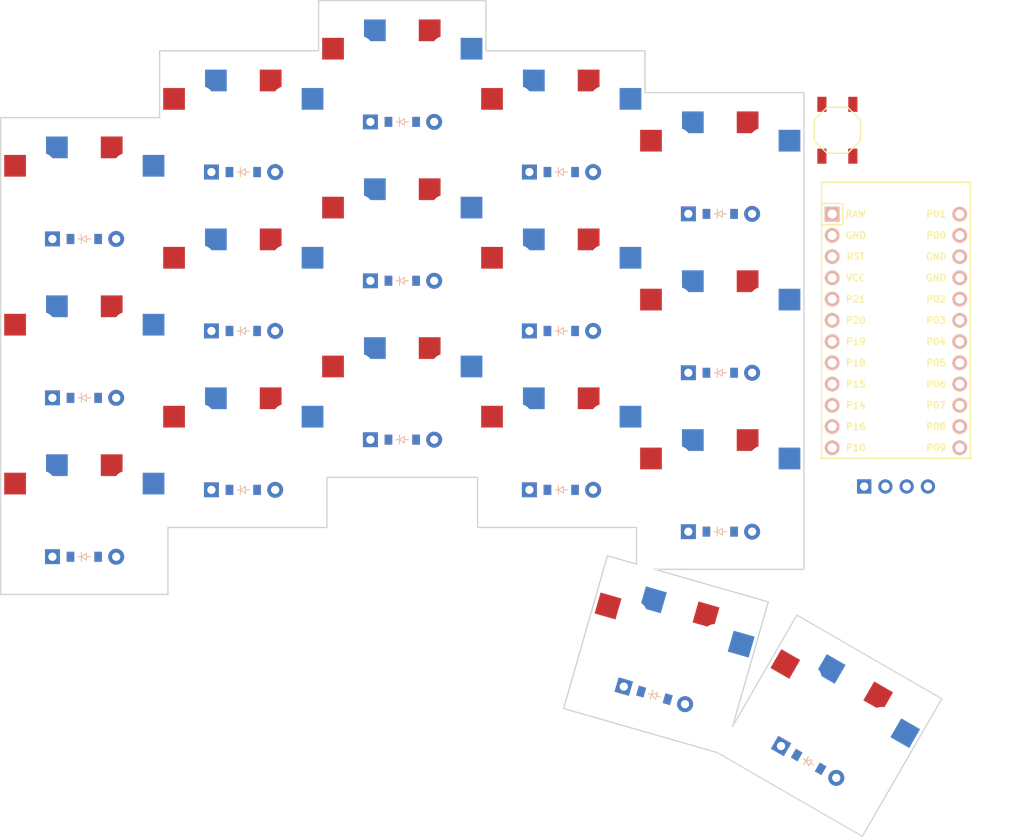
<source format=kicad_pcb>

            
(kicad_pcb (version 20171130) (host pcbnew 5.1.6)

  (page A3)
  (title_block
    (title Øni)
    (rev 0.1v)
    (company danihek)
  )

  (general
    (thickness 1.6)
  )

  (layers
    (0 F.Cu signal)
    (31 B.Cu signal)
    (32 B.Adhes user)
    (33 F.Adhes user)
    (34 B.Paste user)
    (35 F.Paste user)
    (36 B.SilkS user)
    (37 F.SilkS user)
    (38 B.Mask user)
    (39 F.Mask user)
    (40 Dwgs.User user)
    (41 Cmts.User user)
    (42 Eco1.User user)
    (43 Eco2.User user)
    (44 Edge.Cuts user)
    (45 Margin user)
    (46 B.CrtYd user)
    (47 F.CrtYd user)
    (48 B.Fab user)
    (49 F.Fab user)
  )

  (setup
    (last_trace_width 0.25)
    (trace_clearance 0.2)
    (zone_clearance 0.508)
    (zone_45_only no)
    (trace_min 0.2)
    (via_size 0.8)
    (via_drill 0.4)
    (via_min_size 0.4)
    (via_min_drill 0.3)
    (uvia_size 0.3)
    (uvia_drill 0.1)
    (uvias_allowed no)
    (uvia_min_size 0.2)
    (uvia_min_drill 0.1)
    (edge_width 0.05)
    (segment_width 0.2)
    (pcb_text_width 0.3)
    (pcb_text_size 1.5 1.5)
    (mod_edge_width 0.12)
    (mod_text_size 1 1)
    (mod_text_width 0.15)
    (pad_size 1.524 1.524)
    (pad_drill 0.762)
    (pad_to_mask_clearance 0.05)
    (aux_axis_origin 0 0)
    (visible_elements FFFFFF7F)
    (pcbplotparams
      (layerselection 0x010fc_ffffffff)
      (usegerberextensions false)
      (usegerberattributes true)
      (usegerberadvancedattributes true)
      (creategerberjobfile true)
      (excludeedgelayer true)
      (linewidth 0.100000)
      (plotframeref false)
      (viasonmask false)
      (mode 1)
      (useauxorigin false)
      (hpglpennumber 1)
      (hpglpenspeed 20)
      (hpglpendiameter 15.000000)
      (psnegative false)
      (psa4output false)
      (plotreference true)
      (plotvalue true)
      (plotinvisibletext false)
      (padsonsilk false)
      (subtractmaskfromsilk false)
      (outputformat 1)
      (mirror false)
      (drillshape 1)
      (scaleselection 1)
      (outputdirectory ""))
  )

            (net 0 "")
(net 1 "pinky_bottom")
(net 2 "pinky_home")
(net 3 "pinky_top")
(net 4 "ring_bottom")
(net 5 "ring_home")
(net 6 "ring_top")
(net 7 "middle_bottom")
(net 8 "middle_home")
(net 9 "middle_top")
(net 10 "index_bottom")
(net 11 "index_home")
(net 12 "index_top")
(net 13 "inner_bottom")
(net 14 "inner_home")
(net 15 "inner_top")
(net 16 "near_thumb")
(net 17 "home_thumb")
(net 18 "RAW")
(net 19 "GND")
(net 20 "RST")
(net 21 "VCC")
(net 22 "P21")
(net 23 "P20")
(net 24 "P19")
(net 25 "P18")
(net 26 "P15")
(net 27 "P14")
(net 28 "P16")
(net 29 "P10")
(net 30 "P1")
(net 31 "P0")
(net 32 "P2")
(net 33 "P3")
(net 34 "P4")
(net 35 "P5")
(net 36 "P6")
(net 37 "P7")
(net 38 "P8")
(net 39 "P9")
            
  (net_class Default "This is the default net class."
    (clearance 0.2)
    (trace_width 0.25)
    (via_dia 0.8)
    (via_drill 0.4)
    (uvia_dia 0.3)
    (uvia_drill 0.1)
    (add_net "")
(add_net "pinky_bottom")
(add_net "pinky_home")
(add_net "pinky_top")
(add_net "ring_bottom")
(add_net "ring_home")
(add_net "ring_top")
(add_net "middle_bottom")
(add_net "middle_home")
(add_net "middle_top")
(add_net "index_bottom")
(add_net "index_home")
(add_net "index_top")
(add_net "inner_bottom")
(add_net "inner_home")
(add_net "inner_top")
(add_net "near_thumb")
(add_net "home_thumb")
(add_net "RAW")
(add_net "GND")
(add_net "RST")
(add_net "VCC")
(add_net "P21")
(add_net "P20")
(add_net "P19")
(add_net "P18")
(add_net "P15")
(add_net "P14")
(add_net "P16")
(add_net "P10")
(add_net "P1")
(add_net "P0")
(add_net "P2")
(add_net "P3")
(add_net "P4")
(add_net "P5")
(add_net "P6")
(add_net "P7")
(add_net "P8")
(add_net "P9")
  )

            
        
      (module PG1350 (layer F.Cu) (tedit 5DD50112)
      (at 130 150 0)

      
      (fp_text reference "S1" (at 0 0) (layer F.SilkS) hide (effects (font (size 1.27 1.27) (thickness 0.15))))
      (fp_text value "" (at 0 0) (layer F.SilkS) hide (effects (font (size 1.27 1.27) (thickness 0.15))))

      
      (fp_line (start -7 -6) (end -7 -7) (layer Dwgs.User) (width 0.15))
      (fp_line (start -7 7) (end -6 7) (layer Dwgs.User) (width 0.15))
      (fp_line (start -6 -7) (end -7 -7) (layer Dwgs.User) (width 0.15))
      (fp_line (start -7 7) (end -7 6) (layer Dwgs.User) (width 0.15))
      (fp_line (start 7 6) (end 7 7) (layer Dwgs.User) (width 0.15))
      (fp_line (start 7 -7) (end 6 -7) (layer Dwgs.User) (width 0.15))
      (fp_line (start 6 7) (end 7 7) (layer Dwgs.User) (width 0.15))
      (fp_line (start 7 -7) (end 7 -6) (layer Dwgs.User) (width 0.15))      
      
      
      (pad "" np_thru_hole circle (at 0 0) (size 3.429 3.429) (drill 3.429) (layers *.Cu *.Mask))
        
      
      (pad "" np_thru_hole circle (at 5.5 0) (size 1.7018 1.7018) (drill 1.7018) (layers *.Cu *.Mask))
      (pad "" np_thru_hole circle (at -5.5 0) (size 1.7018 1.7018) (drill 1.7018) (layers *.Cu *.Mask))
      
        
      
      (fp_line (start -9 -8.5) (end 9 -8.5) (layer Dwgs.User) (width 0.15))
      (fp_line (start 9 -8.5) (end 9 8.5) (layer Dwgs.User) (width 0.15))
      (fp_line (start 9 8.5) (end -9 8.5) (layer Dwgs.User) (width 0.15))
      (fp_line (start -9 8.5) (end -9 -8.5) (layer Dwgs.User) (width 0.15))
      
        
          
          (pad "" np_thru_hole circle (at 5 -3.75) (size 3 3) (drill 3) (layers *.Cu *.Mask))
          (pad "" np_thru_hole circle (at 0 -5.95) (size 3 3) (drill 3) (layers *.Cu *.Mask))
      
          
          (pad 1 smd rect (at -3.275 -5.95 0) (size 2.6 2.6) (layers B.Cu B.Paste B.Mask)  (net 0 ""))
          (pad 2 smd rect (at 8.275 -3.75 0) (size 2.6 2.6) (layers B.Cu B.Paste B.Mask)  (net 1 "pinky_bottom"))
        
        
          
          (pad "" np_thru_hole circle (at -5 -3.75) (size 3 3) (drill 3) (layers *.Cu *.Mask))
          (pad "" np_thru_hole circle (at 0 -5.95) (size 3 3) (drill 3) (layers *.Cu *.Mask))
      
          
          (pad 1 smd rect (at 3.275 -5.95 0) (size 2.6 2.6) (layers F.Cu F.Paste F.Mask)  (net 0 ""))
          (pad 2 smd rect (at -8.275 -3.75 0) (size 2.6 2.6) (layers F.Cu F.Paste F.Mask)  (net 1 "pinky_bottom"))
        )
        

        
      (module PG1350 (layer F.Cu) (tedit 5DD50112)
      (at 130 131 0)

      
      (fp_text reference "S2" (at 0 0) (layer F.SilkS) hide (effects (font (size 1.27 1.27) (thickness 0.15))))
      (fp_text value "" (at 0 0) (layer F.SilkS) hide (effects (font (size 1.27 1.27) (thickness 0.15))))

      
      (fp_line (start -7 -6) (end -7 -7) (layer Dwgs.User) (width 0.15))
      (fp_line (start -7 7) (end -6 7) (layer Dwgs.User) (width 0.15))
      (fp_line (start -6 -7) (end -7 -7) (layer Dwgs.User) (width 0.15))
      (fp_line (start -7 7) (end -7 6) (layer Dwgs.User) (width 0.15))
      (fp_line (start 7 6) (end 7 7) (layer Dwgs.User) (width 0.15))
      (fp_line (start 7 -7) (end 6 -7) (layer Dwgs.User) (width 0.15))
      (fp_line (start 6 7) (end 7 7) (layer Dwgs.User) (width 0.15))
      (fp_line (start 7 -7) (end 7 -6) (layer Dwgs.User) (width 0.15))      
      
      
      (pad "" np_thru_hole circle (at 0 0) (size 3.429 3.429) (drill 3.429) (layers *.Cu *.Mask))
        
      
      (pad "" np_thru_hole circle (at 5.5 0) (size 1.7018 1.7018) (drill 1.7018) (layers *.Cu *.Mask))
      (pad "" np_thru_hole circle (at -5.5 0) (size 1.7018 1.7018) (drill 1.7018) (layers *.Cu *.Mask))
      
        
      
      (fp_line (start -9 -8.5) (end 9 -8.5) (layer Dwgs.User) (width 0.15))
      (fp_line (start 9 -8.5) (end 9 8.5) (layer Dwgs.User) (width 0.15))
      (fp_line (start 9 8.5) (end -9 8.5) (layer Dwgs.User) (width 0.15))
      (fp_line (start -9 8.5) (end -9 -8.5) (layer Dwgs.User) (width 0.15))
      
        
          
          (pad "" np_thru_hole circle (at 5 -3.75) (size 3 3) (drill 3) (layers *.Cu *.Mask))
          (pad "" np_thru_hole circle (at 0 -5.95) (size 3 3) (drill 3) (layers *.Cu *.Mask))
      
          
          (pad 1 smd rect (at -3.275 -5.95 0) (size 2.6 2.6) (layers B.Cu B.Paste B.Mask)  (net 0 ""))
          (pad 2 smd rect (at 8.275 -3.75 0) (size 2.6 2.6) (layers B.Cu B.Paste B.Mask)  (net 2 "pinky_home"))
        
        
          
          (pad "" np_thru_hole circle (at -5 -3.75) (size 3 3) (drill 3) (layers *.Cu *.Mask))
          (pad "" np_thru_hole circle (at 0 -5.95) (size 3 3) (drill 3) (layers *.Cu *.Mask))
      
          
          (pad 1 smd rect (at 3.275 -5.95 0) (size 2.6 2.6) (layers F.Cu F.Paste F.Mask)  (net 0 ""))
          (pad 2 smd rect (at -8.275 -3.75 0) (size 2.6 2.6) (layers F.Cu F.Paste F.Mask)  (net 2 "pinky_home"))
        )
        

        
      (module PG1350 (layer F.Cu) (tedit 5DD50112)
      (at 130 112 0)

      
      (fp_text reference "S3" (at 0 0) (layer F.SilkS) hide (effects (font (size 1.27 1.27) (thickness 0.15))))
      (fp_text value "" (at 0 0) (layer F.SilkS) hide (effects (font (size 1.27 1.27) (thickness 0.15))))

      
      (fp_line (start -7 -6) (end -7 -7) (layer Dwgs.User) (width 0.15))
      (fp_line (start -7 7) (end -6 7) (layer Dwgs.User) (width 0.15))
      (fp_line (start -6 -7) (end -7 -7) (layer Dwgs.User) (width 0.15))
      (fp_line (start -7 7) (end -7 6) (layer Dwgs.User) (width 0.15))
      (fp_line (start 7 6) (end 7 7) (layer Dwgs.User) (width 0.15))
      (fp_line (start 7 -7) (end 6 -7) (layer Dwgs.User) (width 0.15))
      (fp_line (start 6 7) (end 7 7) (layer Dwgs.User) (width 0.15))
      (fp_line (start 7 -7) (end 7 -6) (layer Dwgs.User) (width 0.15))      
      
      
      (pad "" np_thru_hole circle (at 0 0) (size 3.429 3.429) (drill 3.429) (layers *.Cu *.Mask))
        
      
      (pad "" np_thru_hole circle (at 5.5 0) (size 1.7018 1.7018) (drill 1.7018) (layers *.Cu *.Mask))
      (pad "" np_thru_hole circle (at -5.5 0) (size 1.7018 1.7018) (drill 1.7018) (layers *.Cu *.Mask))
      
        
      
      (fp_line (start -9 -8.5) (end 9 -8.5) (layer Dwgs.User) (width 0.15))
      (fp_line (start 9 -8.5) (end 9 8.5) (layer Dwgs.User) (width 0.15))
      (fp_line (start 9 8.5) (end -9 8.5) (layer Dwgs.User) (width 0.15))
      (fp_line (start -9 8.5) (end -9 -8.5) (layer Dwgs.User) (width 0.15))
      
        
          
          (pad "" np_thru_hole circle (at 5 -3.75) (size 3 3) (drill 3) (layers *.Cu *.Mask))
          (pad "" np_thru_hole circle (at 0 -5.95) (size 3 3) (drill 3) (layers *.Cu *.Mask))
      
          
          (pad 1 smd rect (at -3.275 -5.95 0) (size 2.6 2.6) (layers B.Cu B.Paste B.Mask)  (net 0 ""))
          (pad 2 smd rect (at 8.275 -3.75 0) (size 2.6 2.6) (layers B.Cu B.Paste B.Mask)  (net 3 "pinky_top"))
        
        
          
          (pad "" np_thru_hole circle (at -5 -3.75) (size 3 3) (drill 3) (layers *.Cu *.Mask))
          (pad "" np_thru_hole circle (at 0 -5.95) (size 3 3) (drill 3) (layers *.Cu *.Mask))
      
          
          (pad 1 smd rect (at 3.275 -5.95 0) (size 2.6 2.6) (layers F.Cu F.Paste F.Mask)  (net 0 ""))
          (pad 2 smd rect (at -8.275 -3.75 0) (size 2.6 2.6) (layers F.Cu F.Paste F.Mask)  (net 3 "pinky_top"))
        )
        

        
      (module PG1350 (layer F.Cu) (tedit 5DD50112)
      (at 149 142 0)

      
      (fp_text reference "S4" (at 0 0) (layer F.SilkS) hide (effects (font (size 1.27 1.27) (thickness 0.15))))
      (fp_text value "" (at 0 0) (layer F.SilkS) hide (effects (font (size 1.27 1.27) (thickness 0.15))))

      
      (fp_line (start -7 -6) (end -7 -7) (layer Dwgs.User) (width 0.15))
      (fp_line (start -7 7) (end -6 7) (layer Dwgs.User) (width 0.15))
      (fp_line (start -6 -7) (end -7 -7) (layer Dwgs.User) (width 0.15))
      (fp_line (start -7 7) (end -7 6) (layer Dwgs.User) (width 0.15))
      (fp_line (start 7 6) (end 7 7) (layer Dwgs.User) (width 0.15))
      (fp_line (start 7 -7) (end 6 -7) (layer Dwgs.User) (width 0.15))
      (fp_line (start 6 7) (end 7 7) (layer Dwgs.User) (width 0.15))
      (fp_line (start 7 -7) (end 7 -6) (layer Dwgs.User) (width 0.15))      
      
      
      (pad "" np_thru_hole circle (at 0 0) (size 3.429 3.429) (drill 3.429) (layers *.Cu *.Mask))
        
      
      (pad "" np_thru_hole circle (at 5.5 0) (size 1.7018 1.7018) (drill 1.7018) (layers *.Cu *.Mask))
      (pad "" np_thru_hole circle (at -5.5 0) (size 1.7018 1.7018) (drill 1.7018) (layers *.Cu *.Mask))
      
        
      
      (fp_line (start -9 -8.5) (end 9 -8.5) (layer Dwgs.User) (width 0.15))
      (fp_line (start 9 -8.5) (end 9 8.5) (layer Dwgs.User) (width 0.15))
      (fp_line (start 9 8.5) (end -9 8.5) (layer Dwgs.User) (width 0.15))
      (fp_line (start -9 8.5) (end -9 -8.5) (layer Dwgs.User) (width 0.15))
      
        
          
          (pad "" np_thru_hole circle (at 5 -3.75) (size 3 3) (drill 3) (layers *.Cu *.Mask))
          (pad "" np_thru_hole circle (at 0 -5.95) (size 3 3) (drill 3) (layers *.Cu *.Mask))
      
          
          (pad 1 smd rect (at -3.275 -5.95 0) (size 2.6 2.6) (layers B.Cu B.Paste B.Mask)  (net 0 ""))
          (pad 2 smd rect (at 8.275 -3.75 0) (size 2.6 2.6) (layers B.Cu B.Paste B.Mask)  (net 4 "ring_bottom"))
        
        
          
          (pad "" np_thru_hole circle (at -5 -3.75) (size 3 3) (drill 3) (layers *.Cu *.Mask))
          (pad "" np_thru_hole circle (at 0 -5.95) (size 3 3) (drill 3) (layers *.Cu *.Mask))
      
          
          (pad 1 smd rect (at 3.275 -5.95 0) (size 2.6 2.6) (layers F.Cu F.Paste F.Mask)  (net 0 ""))
          (pad 2 smd rect (at -8.275 -3.75 0) (size 2.6 2.6) (layers F.Cu F.Paste F.Mask)  (net 4 "ring_bottom"))
        )
        

        
      (module PG1350 (layer F.Cu) (tedit 5DD50112)
      (at 149 123 0)

      
      (fp_text reference "S5" (at 0 0) (layer F.SilkS) hide (effects (font (size 1.27 1.27) (thickness 0.15))))
      (fp_text value "" (at 0 0) (layer F.SilkS) hide (effects (font (size 1.27 1.27) (thickness 0.15))))

      
      (fp_line (start -7 -6) (end -7 -7) (layer Dwgs.User) (width 0.15))
      (fp_line (start -7 7) (end -6 7) (layer Dwgs.User) (width 0.15))
      (fp_line (start -6 -7) (end -7 -7) (layer Dwgs.User) (width 0.15))
      (fp_line (start -7 7) (end -7 6) (layer Dwgs.User) (width 0.15))
      (fp_line (start 7 6) (end 7 7) (layer Dwgs.User) (width 0.15))
      (fp_line (start 7 -7) (end 6 -7) (layer Dwgs.User) (width 0.15))
      (fp_line (start 6 7) (end 7 7) (layer Dwgs.User) (width 0.15))
      (fp_line (start 7 -7) (end 7 -6) (layer Dwgs.User) (width 0.15))      
      
      
      (pad "" np_thru_hole circle (at 0 0) (size 3.429 3.429) (drill 3.429) (layers *.Cu *.Mask))
        
      
      (pad "" np_thru_hole circle (at 5.5 0) (size 1.7018 1.7018) (drill 1.7018) (layers *.Cu *.Mask))
      (pad "" np_thru_hole circle (at -5.5 0) (size 1.7018 1.7018) (drill 1.7018) (layers *.Cu *.Mask))
      
        
      
      (fp_line (start -9 -8.5) (end 9 -8.5) (layer Dwgs.User) (width 0.15))
      (fp_line (start 9 -8.5) (end 9 8.5) (layer Dwgs.User) (width 0.15))
      (fp_line (start 9 8.5) (end -9 8.5) (layer Dwgs.User) (width 0.15))
      (fp_line (start -9 8.5) (end -9 -8.5) (layer Dwgs.User) (width 0.15))
      
        
          
          (pad "" np_thru_hole circle (at 5 -3.75) (size 3 3) (drill 3) (layers *.Cu *.Mask))
          (pad "" np_thru_hole circle (at 0 -5.95) (size 3 3) (drill 3) (layers *.Cu *.Mask))
      
          
          (pad 1 smd rect (at -3.275 -5.95 0) (size 2.6 2.6) (layers B.Cu B.Paste B.Mask)  (net 0 ""))
          (pad 2 smd rect (at 8.275 -3.75 0) (size 2.6 2.6) (layers B.Cu B.Paste B.Mask)  (net 5 "ring_home"))
        
        
          
          (pad "" np_thru_hole circle (at -5 -3.75) (size 3 3) (drill 3) (layers *.Cu *.Mask))
          (pad "" np_thru_hole circle (at 0 -5.95) (size 3 3) (drill 3) (layers *.Cu *.Mask))
      
          
          (pad 1 smd rect (at 3.275 -5.95 0) (size 2.6 2.6) (layers F.Cu F.Paste F.Mask)  (net 0 ""))
          (pad 2 smd rect (at -8.275 -3.75 0) (size 2.6 2.6) (layers F.Cu F.Paste F.Mask)  (net 5 "ring_home"))
        )
        

        
      (module PG1350 (layer F.Cu) (tedit 5DD50112)
      (at 149 104 0)

      
      (fp_text reference "S6" (at 0 0) (layer F.SilkS) hide (effects (font (size 1.27 1.27) (thickness 0.15))))
      (fp_text value "" (at 0 0) (layer F.SilkS) hide (effects (font (size 1.27 1.27) (thickness 0.15))))

      
      (fp_line (start -7 -6) (end -7 -7) (layer Dwgs.User) (width 0.15))
      (fp_line (start -7 7) (end -6 7) (layer Dwgs.User) (width 0.15))
      (fp_line (start -6 -7) (end -7 -7) (layer Dwgs.User) (width 0.15))
      (fp_line (start -7 7) (end -7 6) (layer Dwgs.User) (width 0.15))
      (fp_line (start 7 6) (end 7 7) (layer Dwgs.User) (width 0.15))
      (fp_line (start 7 -7) (end 6 -7) (layer Dwgs.User) (width 0.15))
      (fp_line (start 6 7) (end 7 7) (layer Dwgs.User) (width 0.15))
      (fp_line (start 7 -7) (end 7 -6) (layer Dwgs.User) (width 0.15))      
      
      
      (pad "" np_thru_hole circle (at 0 0) (size 3.429 3.429) (drill 3.429) (layers *.Cu *.Mask))
        
      
      (pad "" np_thru_hole circle (at 5.5 0) (size 1.7018 1.7018) (drill 1.7018) (layers *.Cu *.Mask))
      (pad "" np_thru_hole circle (at -5.5 0) (size 1.7018 1.7018) (drill 1.7018) (layers *.Cu *.Mask))
      
        
      
      (fp_line (start -9 -8.5) (end 9 -8.5) (layer Dwgs.User) (width 0.15))
      (fp_line (start 9 -8.5) (end 9 8.5) (layer Dwgs.User) (width 0.15))
      (fp_line (start 9 8.5) (end -9 8.5) (layer Dwgs.User) (width 0.15))
      (fp_line (start -9 8.5) (end -9 -8.5) (layer Dwgs.User) (width 0.15))
      
        
          
          (pad "" np_thru_hole circle (at 5 -3.75) (size 3 3) (drill 3) (layers *.Cu *.Mask))
          (pad "" np_thru_hole circle (at 0 -5.95) (size 3 3) (drill 3) (layers *.Cu *.Mask))
      
          
          (pad 1 smd rect (at -3.275 -5.95 0) (size 2.6 2.6) (layers B.Cu B.Paste B.Mask)  (net 0 ""))
          (pad 2 smd rect (at 8.275 -3.75 0) (size 2.6 2.6) (layers B.Cu B.Paste B.Mask)  (net 6 "ring_top"))
        
        
          
          (pad "" np_thru_hole circle (at -5 -3.75) (size 3 3) (drill 3) (layers *.Cu *.Mask))
          (pad "" np_thru_hole circle (at 0 -5.95) (size 3 3) (drill 3) (layers *.Cu *.Mask))
      
          
          (pad 1 smd rect (at 3.275 -5.95 0) (size 2.6 2.6) (layers F.Cu F.Paste F.Mask)  (net 0 ""))
          (pad 2 smd rect (at -8.275 -3.75 0) (size 2.6 2.6) (layers F.Cu F.Paste F.Mask)  (net 6 "ring_top"))
        )
        

        
      (module PG1350 (layer F.Cu) (tedit 5DD50112)
      (at 168 136 0)

      
      (fp_text reference "S7" (at 0 0) (layer F.SilkS) hide (effects (font (size 1.27 1.27) (thickness 0.15))))
      (fp_text value "" (at 0 0) (layer F.SilkS) hide (effects (font (size 1.27 1.27) (thickness 0.15))))

      
      (fp_line (start -7 -6) (end -7 -7) (layer Dwgs.User) (width 0.15))
      (fp_line (start -7 7) (end -6 7) (layer Dwgs.User) (width 0.15))
      (fp_line (start -6 -7) (end -7 -7) (layer Dwgs.User) (width 0.15))
      (fp_line (start -7 7) (end -7 6) (layer Dwgs.User) (width 0.15))
      (fp_line (start 7 6) (end 7 7) (layer Dwgs.User) (width 0.15))
      (fp_line (start 7 -7) (end 6 -7) (layer Dwgs.User) (width 0.15))
      (fp_line (start 6 7) (end 7 7) (layer Dwgs.User) (width 0.15))
      (fp_line (start 7 -7) (end 7 -6) (layer Dwgs.User) (width 0.15))      
      
      
      (pad "" np_thru_hole circle (at 0 0) (size 3.429 3.429) (drill 3.429) (layers *.Cu *.Mask))
        
      
      (pad "" np_thru_hole circle (at 5.5 0) (size 1.7018 1.7018) (drill 1.7018) (layers *.Cu *.Mask))
      (pad "" np_thru_hole circle (at -5.5 0) (size 1.7018 1.7018) (drill 1.7018) (layers *.Cu *.Mask))
      
        
      
      (fp_line (start -9 -8.5) (end 9 -8.5) (layer Dwgs.User) (width 0.15))
      (fp_line (start 9 -8.5) (end 9 8.5) (layer Dwgs.User) (width 0.15))
      (fp_line (start 9 8.5) (end -9 8.5) (layer Dwgs.User) (width 0.15))
      (fp_line (start -9 8.5) (end -9 -8.5) (layer Dwgs.User) (width 0.15))
      
        
          
          (pad "" np_thru_hole circle (at 5 -3.75) (size 3 3) (drill 3) (layers *.Cu *.Mask))
          (pad "" np_thru_hole circle (at 0 -5.95) (size 3 3) (drill 3) (layers *.Cu *.Mask))
      
          
          (pad 1 smd rect (at -3.275 -5.95 0) (size 2.6 2.6) (layers B.Cu B.Paste B.Mask)  (net 0 ""))
          (pad 2 smd rect (at 8.275 -3.75 0) (size 2.6 2.6) (layers B.Cu B.Paste B.Mask)  (net 7 "middle_bottom"))
        
        
          
          (pad "" np_thru_hole circle (at -5 -3.75) (size 3 3) (drill 3) (layers *.Cu *.Mask))
          (pad "" np_thru_hole circle (at 0 -5.95) (size 3 3) (drill 3) (layers *.Cu *.Mask))
      
          
          (pad 1 smd rect (at 3.275 -5.95 0) (size 2.6 2.6) (layers F.Cu F.Paste F.Mask)  (net 0 ""))
          (pad 2 smd rect (at -8.275 -3.75 0) (size 2.6 2.6) (layers F.Cu F.Paste F.Mask)  (net 7 "middle_bottom"))
        )
        

        
      (module PG1350 (layer F.Cu) (tedit 5DD50112)
      (at 168 117 0)

      
      (fp_text reference "S8" (at 0 0) (layer F.SilkS) hide (effects (font (size 1.27 1.27) (thickness 0.15))))
      (fp_text value "" (at 0 0) (layer F.SilkS) hide (effects (font (size 1.27 1.27) (thickness 0.15))))

      
      (fp_line (start -7 -6) (end -7 -7) (layer Dwgs.User) (width 0.15))
      (fp_line (start -7 7) (end -6 7) (layer Dwgs.User) (width 0.15))
      (fp_line (start -6 -7) (end -7 -7) (layer Dwgs.User) (width 0.15))
      (fp_line (start -7 7) (end -7 6) (layer Dwgs.User) (width 0.15))
      (fp_line (start 7 6) (end 7 7) (layer Dwgs.User) (width 0.15))
      (fp_line (start 7 -7) (end 6 -7) (layer Dwgs.User) (width 0.15))
      (fp_line (start 6 7) (end 7 7) (layer Dwgs.User) (width 0.15))
      (fp_line (start 7 -7) (end 7 -6) (layer Dwgs.User) (width 0.15))      
      
      
      (pad "" np_thru_hole circle (at 0 0) (size 3.429 3.429) (drill 3.429) (layers *.Cu *.Mask))
        
      
      (pad "" np_thru_hole circle (at 5.5 0) (size 1.7018 1.7018) (drill 1.7018) (layers *.Cu *.Mask))
      (pad "" np_thru_hole circle (at -5.5 0) (size 1.7018 1.7018) (drill 1.7018) (layers *.Cu *.Mask))
      
        
      
      (fp_line (start -9 -8.5) (end 9 -8.5) (layer Dwgs.User) (width 0.15))
      (fp_line (start 9 -8.5) (end 9 8.5) (layer Dwgs.User) (width 0.15))
      (fp_line (start 9 8.5) (end -9 8.5) (layer Dwgs.User) (width 0.15))
      (fp_line (start -9 8.5) (end -9 -8.5) (layer Dwgs.User) (width 0.15))
      
        
          
          (pad "" np_thru_hole circle (at 5 -3.75) (size 3 3) (drill 3) (layers *.Cu *.Mask))
          (pad "" np_thru_hole circle (at 0 -5.95) (size 3 3) (drill 3) (layers *.Cu *.Mask))
      
          
          (pad 1 smd rect (at -3.275 -5.95 0) (size 2.6 2.6) (layers B.Cu B.Paste B.Mask)  (net 0 ""))
          (pad 2 smd rect (at 8.275 -3.75 0) (size 2.6 2.6) (layers B.Cu B.Paste B.Mask)  (net 8 "middle_home"))
        
        
          
          (pad "" np_thru_hole circle (at -5 -3.75) (size 3 3) (drill 3) (layers *.Cu *.Mask))
          (pad "" np_thru_hole circle (at 0 -5.95) (size 3 3) (drill 3) (layers *.Cu *.Mask))
      
          
          (pad 1 smd rect (at 3.275 -5.95 0) (size 2.6 2.6) (layers F.Cu F.Paste F.Mask)  (net 0 ""))
          (pad 2 smd rect (at -8.275 -3.75 0) (size 2.6 2.6) (layers F.Cu F.Paste F.Mask)  (net 8 "middle_home"))
        )
        

        
      (module PG1350 (layer F.Cu) (tedit 5DD50112)
      (at 168 98 0)

      
      (fp_text reference "S9" (at 0 0) (layer F.SilkS) hide (effects (font (size 1.27 1.27) (thickness 0.15))))
      (fp_text value "" (at 0 0) (layer F.SilkS) hide (effects (font (size 1.27 1.27) (thickness 0.15))))

      
      (fp_line (start -7 -6) (end -7 -7) (layer Dwgs.User) (width 0.15))
      (fp_line (start -7 7) (end -6 7) (layer Dwgs.User) (width 0.15))
      (fp_line (start -6 -7) (end -7 -7) (layer Dwgs.User) (width 0.15))
      (fp_line (start -7 7) (end -7 6) (layer Dwgs.User) (width 0.15))
      (fp_line (start 7 6) (end 7 7) (layer Dwgs.User) (width 0.15))
      (fp_line (start 7 -7) (end 6 -7) (layer Dwgs.User) (width 0.15))
      (fp_line (start 6 7) (end 7 7) (layer Dwgs.User) (width 0.15))
      (fp_line (start 7 -7) (end 7 -6) (layer Dwgs.User) (width 0.15))      
      
      
      (pad "" np_thru_hole circle (at 0 0) (size 3.429 3.429) (drill 3.429) (layers *.Cu *.Mask))
        
      
      (pad "" np_thru_hole circle (at 5.5 0) (size 1.7018 1.7018) (drill 1.7018) (layers *.Cu *.Mask))
      (pad "" np_thru_hole circle (at -5.5 0) (size 1.7018 1.7018) (drill 1.7018) (layers *.Cu *.Mask))
      
        
      
      (fp_line (start -9 -8.5) (end 9 -8.5) (layer Dwgs.User) (width 0.15))
      (fp_line (start 9 -8.5) (end 9 8.5) (layer Dwgs.User) (width 0.15))
      (fp_line (start 9 8.5) (end -9 8.5) (layer Dwgs.User) (width 0.15))
      (fp_line (start -9 8.5) (end -9 -8.5) (layer Dwgs.User) (width 0.15))
      
        
          
          (pad "" np_thru_hole circle (at 5 -3.75) (size 3 3) (drill 3) (layers *.Cu *.Mask))
          (pad "" np_thru_hole circle (at 0 -5.95) (size 3 3) (drill 3) (layers *.Cu *.Mask))
      
          
          (pad 1 smd rect (at -3.275 -5.95 0) (size 2.6 2.6) (layers B.Cu B.Paste B.Mask)  (net 0 ""))
          (pad 2 smd rect (at 8.275 -3.75 0) (size 2.6 2.6) (layers B.Cu B.Paste B.Mask)  (net 9 "middle_top"))
        
        
          
          (pad "" np_thru_hole circle (at -5 -3.75) (size 3 3) (drill 3) (layers *.Cu *.Mask))
          (pad "" np_thru_hole circle (at 0 -5.95) (size 3 3) (drill 3) (layers *.Cu *.Mask))
      
          
          (pad 1 smd rect (at 3.275 -5.95 0) (size 2.6 2.6) (layers F.Cu F.Paste F.Mask)  (net 0 ""))
          (pad 2 smd rect (at -8.275 -3.75 0) (size 2.6 2.6) (layers F.Cu F.Paste F.Mask)  (net 9 "middle_top"))
        )
        

        
      (module PG1350 (layer F.Cu) (tedit 5DD50112)
      (at 187 142 0)

      
      (fp_text reference "S10" (at 0 0) (layer F.SilkS) hide (effects (font (size 1.27 1.27) (thickness 0.15))))
      (fp_text value "" (at 0 0) (layer F.SilkS) hide (effects (font (size 1.27 1.27) (thickness 0.15))))

      
      (fp_line (start -7 -6) (end -7 -7) (layer Dwgs.User) (width 0.15))
      (fp_line (start -7 7) (end -6 7) (layer Dwgs.User) (width 0.15))
      (fp_line (start -6 -7) (end -7 -7) (layer Dwgs.User) (width 0.15))
      (fp_line (start -7 7) (end -7 6) (layer Dwgs.User) (width 0.15))
      (fp_line (start 7 6) (end 7 7) (layer Dwgs.User) (width 0.15))
      (fp_line (start 7 -7) (end 6 -7) (layer Dwgs.User) (width 0.15))
      (fp_line (start 6 7) (end 7 7) (layer Dwgs.User) (width 0.15))
      (fp_line (start 7 -7) (end 7 -6) (layer Dwgs.User) (width 0.15))      
      
      
      (pad "" np_thru_hole circle (at 0 0) (size 3.429 3.429) (drill 3.429) (layers *.Cu *.Mask))
        
      
      (pad "" np_thru_hole circle (at 5.5 0) (size 1.7018 1.7018) (drill 1.7018) (layers *.Cu *.Mask))
      (pad "" np_thru_hole circle (at -5.5 0) (size 1.7018 1.7018) (drill 1.7018) (layers *.Cu *.Mask))
      
        
      
      (fp_line (start -9 -8.5) (end 9 -8.5) (layer Dwgs.User) (width 0.15))
      (fp_line (start 9 -8.5) (end 9 8.5) (layer Dwgs.User) (width 0.15))
      (fp_line (start 9 8.5) (end -9 8.5) (layer Dwgs.User) (width 0.15))
      (fp_line (start -9 8.5) (end -9 -8.5) (layer Dwgs.User) (width 0.15))
      
        
          
          (pad "" np_thru_hole circle (at 5 -3.75) (size 3 3) (drill 3) (layers *.Cu *.Mask))
          (pad "" np_thru_hole circle (at 0 -5.95) (size 3 3) (drill 3) (layers *.Cu *.Mask))
      
          
          (pad 1 smd rect (at -3.275 -5.95 0) (size 2.6 2.6) (layers B.Cu B.Paste B.Mask)  (net 0 ""))
          (pad 2 smd rect (at 8.275 -3.75 0) (size 2.6 2.6) (layers B.Cu B.Paste B.Mask)  (net 10 "index_bottom"))
        
        
          
          (pad "" np_thru_hole circle (at -5 -3.75) (size 3 3) (drill 3) (layers *.Cu *.Mask))
          (pad "" np_thru_hole circle (at 0 -5.95) (size 3 3) (drill 3) (layers *.Cu *.Mask))
      
          
          (pad 1 smd rect (at 3.275 -5.95 0) (size 2.6 2.6) (layers F.Cu F.Paste F.Mask)  (net 0 ""))
          (pad 2 smd rect (at -8.275 -3.75 0) (size 2.6 2.6) (layers F.Cu F.Paste F.Mask)  (net 10 "index_bottom"))
        )
        

        
      (module PG1350 (layer F.Cu) (tedit 5DD50112)
      (at 187 123 0)

      
      (fp_text reference "S11" (at 0 0) (layer F.SilkS) hide (effects (font (size 1.27 1.27) (thickness 0.15))))
      (fp_text value "" (at 0 0) (layer F.SilkS) hide (effects (font (size 1.27 1.27) (thickness 0.15))))

      
      (fp_line (start -7 -6) (end -7 -7) (layer Dwgs.User) (width 0.15))
      (fp_line (start -7 7) (end -6 7) (layer Dwgs.User) (width 0.15))
      (fp_line (start -6 -7) (end -7 -7) (layer Dwgs.User) (width 0.15))
      (fp_line (start -7 7) (end -7 6) (layer Dwgs.User) (width 0.15))
      (fp_line (start 7 6) (end 7 7) (layer Dwgs.User) (width 0.15))
      (fp_line (start 7 -7) (end 6 -7) (layer Dwgs.User) (width 0.15))
      (fp_line (start 6 7) (end 7 7) (layer Dwgs.User) (width 0.15))
      (fp_line (start 7 -7) (end 7 -6) (layer Dwgs.User) (width 0.15))      
      
      
      (pad "" np_thru_hole circle (at 0 0) (size 3.429 3.429) (drill 3.429) (layers *.Cu *.Mask))
        
      
      (pad "" np_thru_hole circle (at 5.5 0) (size 1.7018 1.7018) (drill 1.7018) (layers *.Cu *.Mask))
      (pad "" np_thru_hole circle (at -5.5 0) (size 1.7018 1.7018) (drill 1.7018) (layers *.Cu *.Mask))
      
        
      
      (fp_line (start -9 -8.5) (end 9 -8.5) (layer Dwgs.User) (width 0.15))
      (fp_line (start 9 -8.5) (end 9 8.5) (layer Dwgs.User) (width 0.15))
      (fp_line (start 9 8.5) (end -9 8.5) (layer Dwgs.User) (width 0.15))
      (fp_line (start -9 8.5) (end -9 -8.5) (layer Dwgs.User) (width 0.15))
      
        
          
          (pad "" np_thru_hole circle (at 5 -3.75) (size 3 3) (drill 3) (layers *.Cu *.Mask))
          (pad "" np_thru_hole circle (at 0 -5.95) (size 3 3) (drill 3) (layers *.Cu *.Mask))
      
          
          (pad 1 smd rect (at -3.275 -5.95 0) (size 2.6 2.6) (layers B.Cu B.Paste B.Mask)  (net 0 ""))
          (pad 2 smd rect (at 8.275 -3.75 0) (size 2.6 2.6) (layers B.Cu B.Paste B.Mask)  (net 11 "index_home"))
        
        
          
          (pad "" np_thru_hole circle (at -5 -3.75) (size 3 3) (drill 3) (layers *.Cu *.Mask))
          (pad "" np_thru_hole circle (at 0 -5.95) (size 3 3) (drill 3) (layers *.Cu *.Mask))
      
          
          (pad 1 smd rect (at 3.275 -5.95 0) (size 2.6 2.6) (layers F.Cu F.Paste F.Mask)  (net 0 ""))
          (pad 2 smd rect (at -8.275 -3.75 0) (size 2.6 2.6) (layers F.Cu F.Paste F.Mask)  (net 11 "index_home"))
        )
        

        
      (module PG1350 (layer F.Cu) (tedit 5DD50112)
      (at 187 104 0)

      
      (fp_text reference "S12" (at 0 0) (layer F.SilkS) hide (effects (font (size 1.27 1.27) (thickness 0.15))))
      (fp_text value "" (at 0 0) (layer F.SilkS) hide (effects (font (size 1.27 1.27) (thickness 0.15))))

      
      (fp_line (start -7 -6) (end -7 -7) (layer Dwgs.User) (width 0.15))
      (fp_line (start -7 7) (end -6 7) (layer Dwgs.User) (width 0.15))
      (fp_line (start -6 -7) (end -7 -7) (layer Dwgs.User) (width 0.15))
      (fp_line (start -7 7) (end -7 6) (layer Dwgs.User) (width 0.15))
      (fp_line (start 7 6) (end 7 7) (layer Dwgs.User) (width 0.15))
      (fp_line (start 7 -7) (end 6 -7) (layer Dwgs.User) (width 0.15))
      (fp_line (start 6 7) (end 7 7) (layer Dwgs.User) (width 0.15))
      (fp_line (start 7 -7) (end 7 -6) (layer Dwgs.User) (width 0.15))      
      
      
      (pad "" np_thru_hole circle (at 0 0) (size 3.429 3.429) (drill 3.429) (layers *.Cu *.Mask))
        
      
      (pad "" np_thru_hole circle (at 5.5 0) (size 1.7018 1.7018) (drill 1.7018) (layers *.Cu *.Mask))
      (pad "" np_thru_hole circle (at -5.5 0) (size 1.7018 1.7018) (drill 1.7018) (layers *.Cu *.Mask))
      
        
      
      (fp_line (start -9 -8.5) (end 9 -8.5) (layer Dwgs.User) (width 0.15))
      (fp_line (start 9 -8.5) (end 9 8.5) (layer Dwgs.User) (width 0.15))
      (fp_line (start 9 8.5) (end -9 8.5) (layer Dwgs.User) (width 0.15))
      (fp_line (start -9 8.5) (end -9 -8.5) (layer Dwgs.User) (width 0.15))
      
        
          
          (pad "" np_thru_hole circle (at 5 -3.75) (size 3 3) (drill 3) (layers *.Cu *.Mask))
          (pad "" np_thru_hole circle (at 0 -5.95) (size 3 3) (drill 3) (layers *.Cu *.Mask))
      
          
          (pad 1 smd rect (at -3.275 -5.95 0) (size 2.6 2.6) (layers B.Cu B.Paste B.Mask)  (net 0 ""))
          (pad 2 smd rect (at 8.275 -3.75 0) (size 2.6 2.6) (layers B.Cu B.Paste B.Mask)  (net 12 "index_top"))
        
        
          
          (pad "" np_thru_hole circle (at -5 -3.75) (size 3 3) (drill 3) (layers *.Cu *.Mask))
          (pad "" np_thru_hole circle (at 0 -5.95) (size 3 3) (drill 3) (layers *.Cu *.Mask))
      
          
          (pad 1 smd rect (at 3.275 -5.95 0) (size 2.6 2.6) (layers F.Cu F.Paste F.Mask)  (net 0 ""))
          (pad 2 smd rect (at -8.275 -3.75 0) (size 2.6 2.6) (layers F.Cu F.Paste F.Mask)  (net 12 "index_top"))
        )
        

        
      (module PG1350 (layer F.Cu) (tedit 5DD50112)
      (at 206 147 0)

      
      (fp_text reference "S13" (at 0 0) (layer F.SilkS) hide (effects (font (size 1.27 1.27) (thickness 0.15))))
      (fp_text value "" (at 0 0) (layer F.SilkS) hide (effects (font (size 1.27 1.27) (thickness 0.15))))

      
      (fp_line (start -7 -6) (end -7 -7) (layer Dwgs.User) (width 0.15))
      (fp_line (start -7 7) (end -6 7) (layer Dwgs.User) (width 0.15))
      (fp_line (start -6 -7) (end -7 -7) (layer Dwgs.User) (width 0.15))
      (fp_line (start -7 7) (end -7 6) (layer Dwgs.User) (width 0.15))
      (fp_line (start 7 6) (end 7 7) (layer Dwgs.User) (width 0.15))
      (fp_line (start 7 -7) (end 6 -7) (layer Dwgs.User) (width 0.15))
      (fp_line (start 6 7) (end 7 7) (layer Dwgs.User) (width 0.15))
      (fp_line (start 7 -7) (end 7 -6) (layer Dwgs.User) (width 0.15))      
      
      
      (pad "" np_thru_hole circle (at 0 0) (size 3.429 3.429) (drill 3.429) (layers *.Cu *.Mask))
        
      
      (pad "" np_thru_hole circle (at 5.5 0) (size 1.7018 1.7018) (drill 1.7018) (layers *.Cu *.Mask))
      (pad "" np_thru_hole circle (at -5.5 0) (size 1.7018 1.7018) (drill 1.7018) (layers *.Cu *.Mask))
      
        
      
      (fp_line (start -9 -8.5) (end 9 -8.5) (layer Dwgs.User) (width 0.15))
      (fp_line (start 9 -8.5) (end 9 8.5) (layer Dwgs.User) (width 0.15))
      (fp_line (start 9 8.5) (end -9 8.5) (layer Dwgs.User) (width 0.15))
      (fp_line (start -9 8.5) (end -9 -8.5) (layer Dwgs.User) (width 0.15))
      
        
          
          (pad "" np_thru_hole circle (at 5 -3.75) (size 3 3) (drill 3) (layers *.Cu *.Mask))
          (pad "" np_thru_hole circle (at 0 -5.95) (size 3 3) (drill 3) (layers *.Cu *.Mask))
      
          
          (pad 1 smd rect (at -3.275 -5.95 0) (size 2.6 2.6) (layers B.Cu B.Paste B.Mask)  (net 0 ""))
          (pad 2 smd rect (at 8.275 -3.75 0) (size 2.6 2.6) (layers B.Cu B.Paste B.Mask)  (net 13 "inner_bottom"))
        
        
          
          (pad "" np_thru_hole circle (at -5 -3.75) (size 3 3) (drill 3) (layers *.Cu *.Mask))
          (pad "" np_thru_hole circle (at 0 -5.95) (size 3 3) (drill 3) (layers *.Cu *.Mask))
      
          
          (pad 1 smd rect (at 3.275 -5.95 0) (size 2.6 2.6) (layers F.Cu F.Paste F.Mask)  (net 0 ""))
          (pad 2 smd rect (at -8.275 -3.75 0) (size 2.6 2.6) (layers F.Cu F.Paste F.Mask)  (net 13 "inner_bottom"))
        )
        

        
      (module PG1350 (layer F.Cu) (tedit 5DD50112)
      (at 206 128 0)

      
      (fp_text reference "S14" (at 0 0) (layer F.SilkS) hide (effects (font (size 1.27 1.27) (thickness 0.15))))
      (fp_text value "" (at 0 0) (layer F.SilkS) hide (effects (font (size 1.27 1.27) (thickness 0.15))))

      
      (fp_line (start -7 -6) (end -7 -7) (layer Dwgs.User) (width 0.15))
      (fp_line (start -7 7) (end -6 7) (layer Dwgs.User) (width 0.15))
      (fp_line (start -6 -7) (end -7 -7) (layer Dwgs.User) (width 0.15))
      (fp_line (start -7 7) (end -7 6) (layer Dwgs.User) (width 0.15))
      (fp_line (start 7 6) (end 7 7) (layer Dwgs.User) (width 0.15))
      (fp_line (start 7 -7) (end 6 -7) (layer Dwgs.User) (width 0.15))
      (fp_line (start 6 7) (end 7 7) (layer Dwgs.User) (width 0.15))
      (fp_line (start 7 -7) (end 7 -6) (layer Dwgs.User) (width 0.15))      
      
      
      (pad "" np_thru_hole circle (at 0 0) (size 3.429 3.429) (drill 3.429) (layers *.Cu *.Mask))
        
      
      (pad "" np_thru_hole circle (at 5.5 0) (size 1.7018 1.7018) (drill 1.7018) (layers *.Cu *.Mask))
      (pad "" np_thru_hole circle (at -5.5 0) (size 1.7018 1.7018) (drill 1.7018) (layers *.Cu *.Mask))
      
        
      
      (fp_line (start -9 -8.5) (end 9 -8.5) (layer Dwgs.User) (width 0.15))
      (fp_line (start 9 -8.5) (end 9 8.5) (layer Dwgs.User) (width 0.15))
      (fp_line (start 9 8.5) (end -9 8.5) (layer Dwgs.User) (width 0.15))
      (fp_line (start -9 8.5) (end -9 -8.5) (layer Dwgs.User) (width 0.15))
      
        
          
          (pad "" np_thru_hole circle (at 5 -3.75) (size 3 3) (drill 3) (layers *.Cu *.Mask))
          (pad "" np_thru_hole circle (at 0 -5.95) (size 3 3) (drill 3) (layers *.Cu *.Mask))
      
          
          (pad 1 smd rect (at -3.275 -5.95 0) (size 2.6 2.6) (layers B.Cu B.Paste B.Mask)  (net 0 ""))
          (pad 2 smd rect (at 8.275 -3.75 0) (size 2.6 2.6) (layers B.Cu B.Paste B.Mask)  (net 14 "inner_home"))
        
        
          
          (pad "" np_thru_hole circle (at -5 -3.75) (size 3 3) (drill 3) (layers *.Cu *.Mask))
          (pad "" np_thru_hole circle (at 0 -5.95) (size 3 3) (drill 3) (layers *.Cu *.Mask))
      
          
          (pad 1 smd rect (at 3.275 -5.95 0) (size 2.6 2.6) (layers F.Cu F.Paste F.Mask)  (net 0 ""))
          (pad 2 smd rect (at -8.275 -3.75 0) (size 2.6 2.6) (layers F.Cu F.Paste F.Mask)  (net 14 "inner_home"))
        )
        

        
      (module PG1350 (layer F.Cu) (tedit 5DD50112)
      (at 206 109 0)

      
      (fp_text reference "S15" (at 0 0) (layer F.SilkS) hide (effects (font (size 1.27 1.27) (thickness 0.15))))
      (fp_text value "" (at 0 0) (layer F.SilkS) hide (effects (font (size 1.27 1.27) (thickness 0.15))))

      
      (fp_line (start -7 -6) (end -7 -7) (layer Dwgs.User) (width 0.15))
      (fp_line (start -7 7) (end -6 7) (layer Dwgs.User) (width 0.15))
      (fp_line (start -6 -7) (end -7 -7) (layer Dwgs.User) (width 0.15))
      (fp_line (start -7 7) (end -7 6) (layer Dwgs.User) (width 0.15))
      (fp_line (start 7 6) (end 7 7) (layer Dwgs.User) (width 0.15))
      (fp_line (start 7 -7) (end 6 -7) (layer Dwgs.User) (width 0.15))
      (fp_line (start 6 7) (end 7 7) (layer Dwgs.User) (width 0.15))
      (fp_line (start 7 -7) (end 7 -6) (layer Dwgs.User) (width 0.15))      
      
      
      (pad "" np_thru_hole circle (at 0 0) (size 3.429 3.429) (drill 3.429) (layers *.Cu *.Mask))
        
      
      (pad "" np_thru_hole circle (at 5.5 0) (size 1.7018 1.7018) (drill 1.7018) (layers *.Cu *.Mask))
      (pad "" np_thru_hole circle (at -5.5 0) (size 1.7018 1.7018) (drill 1.7018) (layers *.Cu *.Mask))
      
        
      
      (fp_line (start -9 -8.5) (end 9 -8.5) (layer Dwgs.User) (width 0.15))
      (fp_line (start 9 -8.5) (end 9 8.5) (layer Dwgs.User) (width 0.15))
      (fp_line (start 9 8.5) (end -9 8.5) (layer Dwgs.User) (width 0.15))
      (fp_line (start -9 8.5) (end -9 -8.5) (layer Dwgs.User) (width 0.15))
      
        
          
          (pad "" np_thru_hole circle (at 5 -3.75) (size 3 3) (drill 3) (layers *.Cu *.Mask))
          (pad "" np_thru_hole circle (at 0 -5.95) (size 3 3) (drill 3) (layers *.Cu *.Mask))
      
          
          (pad 1 smd rect (at -3.275 -5.95 0) (size 2.6 2.6) (layers B.Cu B.Paste B.Mask)  (net 0 ""))
          (pad 2 smd rect (at 8.275 -3.75 0) (size 2.6 2.6) (layers B.Cu B.Paste B.Mask)  (net 15 "inner_top"))
        
        
          
          (pad "" np_thru_hole circle (at -5 -3.75) (size 3 3) (drill 3) (layers *.Cu *.Mask))
          (pad "" np_thru_hole circle (at 0 -5.95) (size 3 3) (drill 3) (layers *.Cu *.Mask))
      
          
          (pad 1 smd rect (at 3.275 -5.95 0) (size 2.6 2.6) (layers F.Cu F.Paste F.Mask)  (net 0 ""))
          (pad 2 smd rect (at -8.275 -3.75 0) (size 2.6 2.6) (layers F.Cu F.Paste F.Mask)  (net 15 "inner_top"))
        )
        

        
      (module PG1350 (layer F.Cu) (tedit 5DD50112)
      (at 199.5127471 166.7747661 -16)

      
      (fp_text reference "S16" (at 0 0) (layer F.SilkS) hide (effects (font (size 1.27 1.27) (thickness 0.15))))
      (fp_text value "" (at 0 0) (layer F.SilkS) hide (effects (font (size 1.27 1.27) (thickness 0.15))))

      
      (fp_line (start -7 -6) (end -7 -7) (layer Dwgs.User) (width 0.15))
      (fp_line (start -7 7) (end -6 7) (layer Dwgs.User) (width 0.15))
      (fp_line (start -6 -7) (end -7 -7) (layer Dwgs.User) (width 0.15))
      (fp_line (start -7 7) (end -7 6) (layer Dwgs.User) (width 0.15))
      (fp_line (start 7 6) (end 7 7) (layer Dwgs.User) (width 0.15))
      (fp_line (start 7 -7) (end 6 -7) (layer Dwgs.User) (width 0.15))
      (fp_line (start 6 7) (end 7 7) (layer Dwgs.User) (width 0.15))
      (fp_line (start 7 -7) (end 7 -6) (layer Dwgs.User) (width 0.15))      
      
      
      (pad "" np_thru_hole circle (at 0 0) (size 3.429 3.429) (drill 3.429) (layers *.Cu *.Mask))
        
      
      (pad "" np_thru_hole circle (at 5.5 0) (size 1.7018 1.7018) (drill 1.7018) (layers *.Cu *.Mask))
      (pad "" np_thru_hole circle (at -5.5 0) (size 1.7018 1.7018) (drill 1.7018) (layers *.Cu *.Mask))
      
        
      
      (fp_line (start -9 -8.5) (end 9 -8.5) (layer Dwgs.User) (width 0.15))
      (fp_line (start 9 -8.5) (end 9 8.5) (layer Dwgs.User) (width 0.15))
      (fp_line (start 9 8.5) (end -9 8.5) (layer Dwgs.User) (width 0.15))
      (fp_line (start -9 8.5) (end -9 -8.5) (layer Dwgs.User) (width 0.15))
      
        
          
          (pad "" np_thru_hole circle (at 5 -3.75) (size 3 3) (drill 3) (layers *.Cu *.Mask))
          (pad "" np_thru_hole circle (at 0 -5.95) (size 3 3) (drill 3) (layers *.Cu *.Mask))
      
          
          (pad 1 smd rect (at -3.275 -5.95 -16) (size 2.6 2.6) (layers B.Cu B.Paste B.Mask)  (net 0 ""))
          (pad 2 smd rect (at 8.275 -3.75 -16) (size 2.6 2.6) (layers B.Cu B.Paste B.Mask)  (net 16 "near_thumb"))
        
        
          
          (pad "" np_thru_hole circle (at -5 -3.75) (size 3 3) (drill 3) (layers *.Cu *.Mask))
          (pad "" np_thru_hole circle (at 0 -5.95) (size 3 3) (drill 3) (layers *.Cu *.Mask))
      
          
          (pad 1 smd rect (at 3.275 -5.95 -16) (size 2.6 2.6) (layers F.Cu F.Paste F.Mask)  (net 0 ""))
          (pad 2 smd rect (at -8.275 -3.75 -16) (size 2.6 2.6) (layers F.Cu F.Paste F.Mask)  (net 16 "near_thumb"))
        )
        

        
      (module PG1350 (layer F.Cu) (tedit 5DD50112)
      (at 219.0679828 175.2078652 -30)

      
      (fp_text reference "S17" (at 0 0) (layer F.SilkS) hide (effects (font (size 1.27 1.27) (thickness 0.15))))
      (fp_text value "" (at 0 0) (layer F.SilkS) hide (effects (font (size 1.27 1.27) (thickness 0.15))))

      
      (fp_line (start -7 -6) (end -7 -7) (layer Dwgs.User) (width 0.15))
      (fp_line (start -7 7) (end -6 7) (layer Dwgs.User) (width 0.15))
      (fp_line (start -6 -7) (end -7 -7) (layer Dwgs.User) (width 0.15))
      (fp_line (start -7 7) (end -7 6) (layer Dwgs.User) (width 0.15))
      (fp_line (start 7 6) (end 7 7) (layer Dwgs.User) (width 0.15))
      (fp_line (start 7 -7) (end 6 -7) (layer Dwgs.User) (width 0.15))
      (fp_line (start 6 7) (end 7 7) (layer Dwgs.User) (width 0.15))
      (fp_line (start 7 -7) (end 7 -6) (layer Dwgs.User) (width 0.15))      
      
      
      (pad "" np_thru_hole circle (at 0 0) (size 3.429 3.429) (drill 3.429) (layers *.Cu *.Mask))
        
      
      (pad "" np_thru_hole circle (at 5.5 0) (size 1.7018 1.7018) (drill 1.7018) (layers *.Cu *.Mask))
      (pad "" np_thru_hole circle (at -5.5 0) (size 1.7018 1.7018) (drill 1.7018) (layers *.Cu *.Mask))
      
        
      
      (fp_line (start -9 -8.5) (end 9 -8.5) (layer Dwgs.User) (width 0.15))
      (fp_line (start 9 -8.5) (end 9 8.5) (layer Dwgs.User) (width 0.15))
      (fp_line (start 9 8.5) (end -9 8.5) (layer Dwgs.User) (width 0.15))
      (fp_line (start -9 8.5) (end -9 -8.5) (layer Dwgs.User) (width 0.15))
      
        
          
          (pad "" np_thru_hole circle (at 5 -3.75) (size 3 3) (drill 3) (layers *.Cu *.Mask))
          (pad "" np_thru_hole circle (at 0 -5.95) (size 3 3) (drill 3) (layers *.Cu *.Mask))
      
          
          (pad 1 smd rect (at -3.275 -5.95 -30) (size 2.6 2.6) (layers B.Cu B.Paste B.Mask)  (net 0 ""))
          (pad 2 smd rect (at 8.275 -3.75 -30) (size 2.6 2.6) (layers B.Cu B.Paste B.Mask)  (net 17 "home_thumb"))
        
        
          
          (pad "" np_thru_hole circle (at -5 -3.75) (size 3 3) (drill 3) (layers *.Cu *.Mask))
          (pad "" np_thru_hole circle (at 0 -5.95) (size 3 3) (drill 3) (layers *.Cu *.Mask))
      
          
          (pad 1 smd rect (at 3.275 -5.95 -30) (size 2.6 2.6) (layers F.Cu F.Paste F.Mask)  (net 0 ""))
          (pad 2 smd rect (at -8.275 -3.75 -30) (size 2.6 2.6) (layers F.Cu F.Paste F.Mask)  (net 17 "home_thumb"))
        )
        

  
    (module ComboDiode (layer F.Cu) (tedit 5B24D78E)


        (at 130 155 0)

        
        (fp_text reference "D1" (at 0 0) (layer F.SilkS) hide (effects (font (size 1.27 1.27) (thickness 0.15))))
        (fp_text value "" (at 0 0) (layer F.SilkS) hide (effects (font (size 1.27 1.27) (thickness 0.15))))
        
        
        (fp_line (start 0.25 0) (end 0.75 0) (layer F.SilkS) (width 0.1))
        (fp_line (start 0.25 0.4) (end -0.35 0) (layer F.SilkS) (width 0.1))
        (fp_line (start 0.25 -0.4) (end 0.25 0.4) (layer F.SilkS) (width 0.1))
        (fp_line (start -0.35 0) (end 0.25 -0.4) (layer F.SilkS) (width 0.1))
        (fp_line (start -0.35 0) (end -0.35 0.55) (layer F.SilkS) (width 0.1))
        (fp_line (start -0.35 0) (end -0.35 -0.55) (layer F.SilkS) (width 0.1))
        (fp_line (start -0.75 0) (end -0.35 0) (layer F.SilkS) (width 0.1))
        (fp_line (start 0.25 0) (end 0.75 0) (layer B.SilkS) (width 0.1))
        (fp_line (start 0.25 0.4) (end -0.35 0) (layer B.SilkS) (width 0.1))
        (fp_line (start 0.25 -0.4) (end 0.25 0.4) (layer B.SilkS) (width 0.1))
        (fp_line (start -0.35 0) (end 0.25 -0.4) (layer B.SilkS) (width 0.1))
        (fp_line (start -0.35 0) (end -0.35 0.55) (layer B.SilkS) (width 0.1))
        (fp_line (start -0.35 0) (end -0.35 -0.55) (layer B.SilkS) (width 0.1))
        (fp_line (start -0.75 0) (end -0.35 0) (layer B.SilkS) (width 0.1))
    
        
        (pad 1 smd rect (at -1.65 0 0) (size 0.9 1.2) (layers F.Cu F.Paste F.Mask) (net 0 ""))
        (pad 2 smd rect (at 1.65 0 0) (size 0.9 1.2) (layers B.Cu B.Paste B.Mask) (net 1 "pinky_bottom"))
        (pad 1 smd rect (at -1.65 0 0) (size 0.9 1.2) (layers B.Cu B.Paste B.Mask) (net 0 ""))
        (pad 2 smd rect (at 1.65 0 0) (size 0.9 1.2) (layers F.Cu F.Paste F.Mask) (net 1 "pinky_bottom"))
        
        
        (pad 1 thru_hole rect (at -3.81 0 0) (size 1.778 1.778) (drill 0.9906) (layers *.Cu *.Mask) (net 0 ""))
        (pad 2 thru_hole circle (at 3.81 0 0) (size 1.905 1.905) (drill 0.9906) (layers *.Cu *.Mask) (net 1 "pinky_bottom"))
    )
  
    

  
    (module ComboDiode (layer F.Cu) (tedit 5B24D78E)


        (at 130 136 0)

        
        (fp_text reference "D2" (at 0 0) (layer F.SilkS) hide (effects (font (size 1.27 1.27) (thickness 0.15))))
        (fp_text value "" (at 0 0) (layer F.SilkS) hide (effects (font (size 1.27 1.27) (thickness 0.15))))
        
        
        (fp_line (start 0.25 0) (end 0.75 0) (layer F.SilkS) (width 0.1))
        (fp_line (start 0.25 0.4) (end -0.35 0) (layer F.SilkS) (width 0.1))
        (fp_line (start 0.25 -0.4) (end 0.25 0.4) (layer F.SilkS) (width 0.1))
        (fp_line (start -0.35 0) (end 0.25 -0.4) (layer F.SilkS) (width 0.1))
        (fp_line (start -0.35 0) (end -0.35 0.55) (layer F.SilkS) (width 0.1))
        (fp_line (start -0.35 0) (end -0.35 -0.55) (layer F.SilkS) (width 0.1))
        (fp_line (start -0.75 0) (end -0.35 0) (layer F.SilkS) (width 0.1))
        (fp_line (start 0.25 0) (end 0.75 0) (layer B.SilkS) (width 0.1))
        (fp_line (start 0.25 0.4) (end -0.35 0) (layer B.SilkS) (width 0.1))
        (fp_line (start 0.25 -0.4) (end 0.25 0.4) (layer B.SilkS) (width 0.1))
        (fp_line (start -0.35 0) (end 0.25 -0.4) (layer B.SilkS) (width 0.1))
        (fp_line (start -0.35 0) (end -0.35 0.55) (layer B.SilkS) (width 0.1))
        (fp_line (start -0.35 0) (end -0.35 -0.55) (layer B.SilkS) (width 0.1))
        (fp_line (start -0.75 0) (end -0.35 0) (layer B.SilkS) (width 0.1))
    
        
        (pad 1 smd rect (at -1.65 0 0) (size 0.9 1.2) (layers F.Cu F.Paste F.Mask) (net 0 ""))
        (pad 2 smd rect (at 1.65 0 0) (size 0.9 1.2) (layers B.Cu B.Paste B.Mask) (net 2 "pinky_home"))
        (pad 1 smd rect (at -1.65 0 0) (size 0.9 1.2) (layers B.Cu B.Paste B.Mask) (net 0 ""))
        (pad 2 smd rect (at 1.65 0 0) (size 0.9 1.2) (layers F.Cu F.Paste F.Mask) (net 2 "pinky_home"))
        
        
        (pad 1 thru_hole rect (at -3.81 0 0) (size 1.778 1.778) (drill 0.9906) (layers *.Cu *.Mask) (net 0 ""))
        (pad 2 thru_hole circle (at 3.81 0 0) (size 1.905 1.905) (drill 0.9906) (layers *.Cu *.Mask) (net 2 "pinky_home"))
    )
  
    

  
    (module ComboDiode (layer F.Cu) (tedit 5B24D78E)


        (at 130 117 0)

        
        (fp_text reference "D3" (at 0 0) (layer F.SilkS) hide (effects (font (size 1.27 1.27) (thickness 0.15))))
        (fp_text value "" (at 0 0) (layer F.SilkS) hide (effects (font (size 1.27 1.27) (thickness 0.15))))
        
        
        (fp_line (start 0.25 0) (end 0.75 0) (layer F.SilkS) (width 0.1))
        (fp_line (start 0.25 0.4) (end -0.35 0) (layer F.SilkS) (width 0.1))
        (fp_line (start 0.25 -0.4) (end 0.25 0.4) (layer F.SilkS) (width 0.1))
        (fp_line (start -0.35 0) (end 0.25 -0.4) (layer F.SilkS) (width 0.1))
        (fp_line (start -0.35 0) (end -0.35 0.55) (layer F.SilkS) (width 0.1))
        (fp_line (start -0.35 0) (end -0.35 -0.55) (layer F.SilkS) (width 0.1))
        (fp_line (start -0.75 0) (end -0.35 0) (layer F.SilkS) (width 0.1))
        (fp_line (start 0.25 0) (end 0.75 0) (layer B.SilkS) (width 0.1))
        (fp_line (start 0.25 0.4) (end -0.35 0) (layer B.SilkS) (width 0.1))
        (fp_line (start 0.25 -0.4) (end 0.25 0.4) (layer B.SilkS) (width 0.1))
        (fp_line (start -0.35 0) (end 0.25 -0.4) (layer B.SilkS) (width 0.1))
        (fp_line (start -0.35 0) (end -0.35 0.55) (layer B.SilkS) (width 0.1))
        (fp_line (start -0.35 0) (end -0.35 -0.55) (layer B.SilkS) (width 0.1))
        (fp_line (start -0.75 0) (end -0.35 0) (layer B.SilkS) (width 0.1))
    
        
        (pad 1 smd rect (at -1.65 0 0) (size 0.9 1.2) (layers F.Cu F.Paste F.Mask) (net 0 ""))
        (pad 2 smd rect (at 1.65 0 0) (size 0.9 1.2) (layers B.Cu B.Paste B.Mask) (net 3 "pinky_top"))
        (pad 1 smd rect (at -1.65 0 0) (size 0.9 1.2) (layers B.Cu B.Paste B.Mask) (net 0 ""))
        (pad 2 smd rect (at 1.65 0 0) (size 0.9 1.2) (layers F.Cu F.Paste F.Mask) (net 3 "pinky_top"))
        
        
        (pad 1 thru_hole rect (at -3.81 0 0) (size 1.778 1.778) (drill 0.9906) (layers *.Cu *.Mask) (net 0 ""))
        (pad 2 thru_hole circle (at 3.81 0 0) (size 1.905 1.905) (drill 0.9906) (layers *.Cu *.Mask) (net 3 "pinky_top"))
    )
  
    

  
    (module ComboDiode (layer F.Cu) (tedit 5B24D78E)


        (at 149 147 0)

        
        (fp_text reference "D4" (at 0 0) (layer F.SilkS) hide (effects (font (size 1.27 1.27) (thickness 0.15))))
        (fp_text value "" (at 0 0) (layer F.SilkS) hide (effects (font (size 1.27 1.27) (thickness 0.15))))
        
        
        (fp_line (start 0.25 0) (end 0.75 0) (layer F.SilkS) (width 0.1))
        (fp_line (start 0.25 0.4) (end -0.35 0) (layer F.SilkS) (width 0.1))
        (fp_line (start 0.25 -0.4) (end 0.25 0.4) (layer F.SilkS) (width 0.1))
        (fp_line (start -0.35 0) (end 0.25 -0.4) (layer F.SilkS) (width 0.1))
        (fp_line (start -0.35 0) (end -0.35 0.55) (layer F.SilkS) (width 0.1))
        (fp_line (start -0.35 0) (end -0.35 -0.55) (layer F.SilkS) (width 0.1))
        (fp_line (start -0.75 0) (end -0.35 0) (layer F.SilkS) (width 0.1))
        (fp_line (start 0.25 0) (end 0.75 0) (layer B.SilkS) (width 0.1))
        (fp_line (start 0.25 0.4) (end -0.35 0) (layer B.SilkS) (width 0.1))
        (fp_line (start 0.25 -0.4) (end 0.25 0.4) (layer B.SilkS) (width 0.1))
        (fp_line (start -0.35 0) (end 0.25 -0.4) (layer B.SilkS) (width 0.1))
        (fp_line (start -0.35 0) (end -0.35 0.55) (layer B.SilkS) (width 0.1))
        (fp_line (start -0.35 0) (end -0.35 -0.55) (layer B.SilkS) (width 0.1))
        (fp_line (start -0.75 0) (end -0.35 0) (layer B.SilkS) (width 0.1))
    
        
        (pad 1 smd rect (at -1.65 0 0) (size 0.9 1.2) (layers F.Cu F.Paste F.Mask) (net 0 ""))
        (pad 2 smd rect (at 1.65 0 0) (size 0.9 1.2) (layers B.Cu B.Paste B.Mask) (net 4 "ring_bottom"))
        (pad 1 smd rect (at -1.65 0 0) (size 0.9 1.2) (layers B.Cu B.Paste B.Mask) (net 0 ""))
        (pad 2 smd rect (at 1.65 0 0) (size 0.9 1.2) (layers F.Cu F.Paste F.Mask) (net 4 "ring_bottom"))
        
        
        (pad 1 thru_hole rect (at -3.81 0 0) (size 1.778 1.778) (drill 0.9906) (layers *.Cu *.Mask) (net 0 ""))
        (pad 2 thru_hole circle (at 3.81 0 0) (size 1.905 1.905) (drill 0.9906) (layers *.Cu *.Mask) (net 4 "ring_bottom"))
    )
  
    

  
    (module ComboDiode (layer F.Cu) (tedit 5B24D78E)


        (at 149 128 0)

        
        (fp_text reference "D5" (at 0 0) (layer F.SilkS) hide (effects (font (size 1.27 1.27) (thickness 0.15))))
        (fp_text value "" (at 0 0) (layer F.SilkS) hide (effects (font (size 1.27 1.27) (thickness 0.15))))
        
        
        (fp_line (start 0.25 0) (end 0.75 0) (layer F.SilkS) (width 0.1))
        (fp_line (start 0.25 0.4) (end -0.35 0) (layer F.SilkS) (width 0.1))
        (fp_line (start 0.25 -0.4) (end 0.25 0.4) (layer F.SilkS) (width 0.1))
        (fp_line (start -0.35 0) (end 0.25 -0.4) (layer F.SilkS) (width 0.1))
        (fp_line (start -0.35 0) (end -0.35 0.55) (layer F.SilkS) (width 0.1))
        (fp_line (start -0.35 0) (end -0.35 -0.55) (layer F.SilkS) (width 0.1))
        (fp_line (start -0.75 0) (end -0.35 0) (layer F.SilkS) (width 0.1))
        (fp_line (start 0.25 0) (end 0.75 0) (layer B.SilkS) (width 0.1))
        (fp_line (start 0.25 0.4) (end -0.35 0) (layer B.SilkS) (width 0.1))
        (fp_line (start 0.25 -0.4) (end 0.25 0.4) (layer B.SilkS) (width 0.1))
        (fp_line (start -0.35 0) (end 0.25 -0.4) (layer B.SilkS) (width 0.1))
        (fp_line (start -0.35 0) (end -0.35 0.55) (layer B.SilkS) (width 0.1))
        (fp_line (start -0.35 0) (end -0.35 -0.55) (layer B.SilkS) (width 0.1))
        (fp_line (start -0.75 0) (end -0.35 0) (layer B.SilkS) (width 0.1))
    
        
        (pad 1 smd rect (at -1.65 0 0) (size 0.9 1.2) (layers F.Cu F.Paste F.Mask) (net 0 ""))
        (pad 2 smd rect (at 1.65 0 0) (size 0.9 1.2) (layers B.Cu B.Paste B.Mask) (net 5 "ring_home"))
        (pad 1 smd rect (at -1.65 0 0) (size 0.9 1.2) (layers B.Cu B.Paste B.Mask) (net 0 ""))
        (pad 2 smd rect (at 1.65 0 0) (size 0.9 1.2) (layers F.Cu F.Paste F.Mask) (net 5 "ring_home"))
        
        
        (pad 1 thru_hole rect (at -3.81 0 0) (size 1.778 1.778) (drill 0.9906) (layers *.Cu *.Mask) (net 0 ""))
        (pad 2 thru_hole circle (at 3.81 0 0) (size 1.905 1.905) (drill 0.9906) (layers *.Cu *.Mask) (net 5 "ring_home"))
    )
  
    

  
    (module ComboDiode (layer F.Cu) (tedit 5B24D78E)


        (at 149 109 0)

        
        (fp_text reference "D6" (at 0 0) (layer F.SilkS) hide (effects (font (size 1.27 1.27) (thickness 0.15))))
        (fp_text value "" (at 0 0) (layer F.SilkS) hide (effects (font (size 1.27 1.27) (thickness 0.15))))
        
        
        (fp_line (start 0.25 0) (end 0.75 0) (layer F.SilkS) (width 0.1))
        (fp_line (start 0.25 0.4) (end -0.35 0) (layer F.SilkS) (width 0.1))
        (fp_line (start 0.25 -0.4) (end 0.25 0.4) (layer F.SilkS) (width 0.1))
        (fp_line (start -0.35 0) (end 0.25 -0.4) (layer F.SilkS) (width 0.1))
        (fp_line (start -0.35 0) (end -0.35 0.55) (layer F.SilkS) (width 0.1))
        (fp_line (start -0.35 0) (end -0.35 -0.55) (layer F.SilkS) (width 0.1))
        (fp_line (start -0.75 0) (end -0.35 0) (layer F.SilkS) (width 0.1))
        (fp_line (start 0.25 0) (end 0.75 0) (layer B.SilkS) (width 0.1))
        (fp_line (start 0.25 0.4) (end -0.35 0) (layer B.SilkS) (width 0.1))
        (fp_line (start 0.25 -0.4) (end 0.25 0.4) (layer B.SilkS) (width 0.1))
        (fp_line (start -0.35 0) (end 0.25 -0.4) (layer B.SilkS) (width 0.1))
        (fp_line (start -0.35 0) (end -0.35 0.55) (layer B.SilkS) (width 0.1))
        (fp_line (start -0.35 0) (end -0.35 -0.55) (layer B.SilkS) (width 0.1))
        (fp_line (start -0.75 0) (end -0.35 0) (layer B.SilkS) (width 0.1))
    
        
        (pad 1 smd rect (at -1.65 0 0) (size 0.9 1.2) (layers F.Cu F.Paste F.Mask) (net 0 ""))
        (pad 2 smd rect (at 1.65 0 0) (size 0.9 1.2) (layers B.Cu B.Paste B.Mask) (net 6 "ring_top"))
        (pad 1 smd rect (at -1.65 0 0) (size 0.9 1.2) (layers B.Cu B.Paste B.Mask) (net 0 ""))
        (pad 2 smd rect (at 1.65 0 0) (size 0.9 1.2) (layers F.Cu F.Paste F.Mask) (net 6 "ring_top"))
        
        
        (pad 1 thru_hole rect (at -3.81 0 0) (size 1.778 1.778) (drill 0.9906) (layers *.Cu *.Mask) (net 0 ""))
        (pad 2 thru_hole circle (at 3.81 0 0) (size 1.905 1.905) (drill 0.9906) (layers *.Cu *.Mask) (net 6 "ring_top"))
    )
  
    

  
    (module ComboDiode (layer F.Cu) (tedit 5B24D78E)


        (at 168 141 0)

        
        (fp_text reference "D7" (at 0 0) (layer F.SilkS) hide (effects (font (size 1.27 1.27) (thickness 0.15))))
        (fp_text value "" (at 0 0) (layer F.SilkS) hide (effects (font (size 1.27 1.27) (thickness 0.15))))
        
        
        (fp_line (start 0.25 0) (end 0.75 0) (layer F.SilkS) (width 0.1))
        (fp_line (start 0.25 0.4) (end -0.35 0) (layer F.SilkS) (width 0.1))
        (fp_line (start 0.25 -0.4) (end 0.25 0.4) (layer F.SilkS) (width 0.1))
        (fp_line (start -0.35 0) (end 0.25 -0.4) (layer F.SilkS) (width 0.1))
        (fp_line (start -0.35 0) (end -0.35 0.55) (layer F.SilkS) (width 0.1))
        (fp_line (start -0.35 0) (end -0.35 -0.55) (layer F.SilkS) (width 0.1))
        (fp_line (start -0.75 0) (end -0.35 0) (layer F.SilkS) (width 0.1))
        (fp_line (start 0.25 0) (end 0.75 0) (layer B.SilkS) (width 0.1))
        (fp_line (start 0.25 0.4) (end -0.35 0) (layer B.SilkS) (width 0.1))
        (fp_line (start 0.25 -0.4) (end 0.25 0.4) (layer B.SilkS) (width 0.1))
        (fp_line (start -0.35 0) (end 0.25 -0.4) (layer B.SilkS) (width 0.1))
        (fp_line (start -0.35 0) (end -0.35 0.55) (layer B.SilkS) (width 0.1))
        (fp_line (start -0.35 0) (end -0.35 -0.55) (layer B.SilkS) (width 0.1))
        (fp_line (start -0.75 0) (end -0.35 0) (layer B.SilkS) (width 0.1))
    
        
        (pad 1 smd rect (at -1.65 0 0) (size 0.9 1.2) (layers F.Cu F.Paste F.Mask) (net 0 ""))
        (pad 2 smd rect (at 1.65 0 0) (size 0.9 1.2) (layers B.Cu B.Paste B.Mask) (net 7 "middle_bottom"))
        (pad 1 smd rect (at -1.65 0 0) (size 0.9 1.2) (layers B.Cu B.Paste B.Mask) (net 0 ""))
        (pad 2 smd rect (at 1.65 0 0) (size 0.9 1.2) (layers F.Cu F.Paste F.Mask) (net 7 "middle_bottom"))
        
        
        (pad 1 thru_hole rect (at -3.81 0 0) (size 1.778 1.778) (drill 0.9906) (layers *.Cu *.Mask) (net 0 ""))
        (pad 2 thru_hole circle (at 3.81 0 0) (size 1.905 1.905) (drill 0.9906) (layers *.Cu *.Mask) (net 7 "middle_bottom"))
    )
  
    

  
    (module ComboDiode (layer F.Cu) (tedit 5B24D78E)


        (at 168 122 0)

        
        (fp_text reference "D8" (at 0 0) (layer F.SilkS) hide (effects (font (size 1.27 1.27) (thickness 0.15))))
        (fp_text value "" (at 0 0) (layer F.SilkS) hide (effects (font (size 1.27 1.27) (thickness 0.15))))
        
        
        (fp_line (start 0.25 0) (end 0.75 0) (layer F.SilkS) (width 0.1))
        (fp_line (start 0.25 0.4) (end -0.35 0) (layer F.SilkS) (width 0.1))
        (fp_line (start 0.25 -0.4) (end 0.25 0.4) (layer F.SilkS) (width 0.1))
        (fp_line (start -0.35 0) (end 0.25 -0.4) (layer F.SilkS) (width 0.1))
        (fp_line (start -0.35 0) (end -0.35 0.55) (layer F.SilkS) (width 0.1))
        (fp_line (start -0.35 0) (end -0.35 -0.55) (layer F.SilkS) (width 0.1))
        (fp_line (start -0.75 0) (end -0.35 0) (layer F.SilkS) (width 0.1))
        (fp_line (start 0.25 0) (end 0.75 0) (layer B.SilkS) (width 0.1))
        (fp_line (start 0.25 0.4) (end -0.35 0) (layer B.SilkS) (width 0.1))
        (fp_line (start 0.25 -0.4) (end 0.25 0.4) (layer B.SilkS) (width 0.1))
        (fp_line (start -0.35 0) (end 0.25 -0.4) (layer B.SilkS) (width 0.1))
        (fp_line (start -0.35 0) (end -0.35 0.55) (layer B.SilkS) (width 0.1))
        (fp_line (start -0.35 0) (end -0.35 -0.55) (layer B.SilkS) (width 0.1))
        (fp_line (start -0.75 0) (end -0.35 0) (layer B.SilkS) (width 0.1))
    
        
        (pad 1 smd rect (at -1.65 0 0) (size 0.9 1.2) (layers F.Cu F.Paste F.Mask) (net 0 ""))
        (pad 2 smd rect (at 1.65 0 0) (size 0.9 1.2) (layers B.Cu B.Paste B.Mask) (net 8 "middle_home"))
        (pad 1 smd rect (at -1.65 0 0) (size 0.9 1.2) (layers B.Cu B.Paste B.Mask) (net 0 ""))
        (pad 2 smd rect (at 1.65 0 0) (size 0.9 1.2) (layers F.Cu F.Paste F.Mask) (net 8 "middle_home"))
        
        
        (pad 1 thru_hole rect (at -3.81 0 0) (size 1.778 1.778) (drill 0.9906) (layers *.Cu *.Mask) (net 0 ""))
        (pad 2 thru_hole circle (at 3.81 0 0) (size 1.905 1.905) (drill 0.9906) (layers *.Cu *.Mask) (net 8 "middle_home"))
    )
  
    

  
    (module ComboDiode (layer F.Cu) (tedit 5B24D78E)


        (at 168 103 0)

        
        (fp_text reference "D9" (at 0 0) (layer F.SilkS) hide (effects (font (size 1.27 1.27) (thickness 0.15))))
        (fp_text value "" (at 0 0) (layer F.SilkS) hide (effects (font (size 1.27 1.27) (thickness 0.15))))
        
        
        (fp_line (start 0.25 0) (end 0.75 0) (layer F.SilkS) (width 0.1))
        (fp_line (start 0.25 0.4) (end -0.35 0) (layer F.SilkS) (width 0.1))
        (fp_line (start 0.25 -0.4) (end 0.25 0.4) (layer F.SilkS) (width 0.1))
        (fp_line (start -0.35 0) (end 0.25 -0.4) (layer F.SilkS) (width 0.1))
        (fp_line (start -0.35 0) (end -0.35 0.55) (layer F.SilkS) (width 0.1))
        (fp_line (start -0.35 0) (end -0.35 -0.55) (layer F.SilkS) (width 0.1))
        (fp_line (start -0.75 0) (end -0.35 0) (layer F.SilkS) (width 0.1))
        (fp_line (start 0.25 0) (end 0.75 0) (layer B.SilkS) (width 0.1))
        (fp_line (start 0.25 0.4) (end -0.35 0) (layer B.SilkS) (width 0.1))
        (fp_line (start 0.25 -0.4) (end 0.25 0.4) (layer B.SilkS) (width 0.1))
        (fp_line (start -0.35 0) (end 0.25 -0.4) (layer B.SilkS) (width 0.1))
        (fp_line (start -0.35 0) (end -0.35 0.55) (layer B.SilkS) (width 0.1))
        (fp_line (start -0.35 0) (end -0.35 -0.55) (layer B.SilkS) (width 0.1))
        (fp_line (start -0.75 0) (end -0.35 0) (layer B.SilkS) (width 0.1))
    
        
        (pad 1 smd rect (at -1.65 0 0) (size 0.9 1.2) (layers F.Cu F.Paste F.Mask) (net 0 ""))
        (pad 2 smd rect (at 1.65 0 0) (size 0.9 1.2) (layers B.Cu B.Paste B.Mask) (net 9 "middle_top"))
        (pad 1 smd rect (at -1.65 0 0) (size 0.9 1.2) (layers B.Cu B.Paste B.Mask) (net 0 ""))
        (pad 2 smd rect (at 1.65 0 0) (size 0.9 1.2) (layers F.Cu F.Paste F.Mask) (net 9 "middle_top"))
        
        
        (pad 1 thru_hole rect (at -3.81 0 0) (size 1.778 1.778) (drill 0.9906) (layers *.Cu *.Mask) (net 0 ""))
        (pad 2 thru_hole circle (at 3.81 0 0) (size 1.905 1.905) (drill 0.9906) (layers *.Cu *.Mask) (net 9 "middle_top"))
    )
  
    

  
    (module ComboDiode (layer F.Cu) (tedit 5B24D78E)


        (at 187 147 0)

        
        (fp_text reference "D10" (at 0 0) (layer F.SilkS) hide (effects (font (size 1.27 1.27) (thickness 0.15))))
        (fp_text value "" (at 0 0) (layer F.SilkS) hide (effects (font (size 1.27 1.27) (thickness 0.15))))
        
        
        (fp_line (start 0.25 0) (end 0.75 0) (layer F.SilkS) (width 0.1))
        (fp_line (start 0.25 0.4) (end -0.35 0) (layer F.SilkS) (width 0.1))
        (fp_line (start 0.25 -0.4) (end 0.25 0.4) (layer F.SilkS) (width 0.1))
        (fp_line (start -0.35 0) (end 0.25 -0.4) (layer F.SilkS) (width 0.1))
        (fp_line (start -0.35 0) (end -0.35 0.55) (layer F.SilkS) (width 0.1))
        (fp_line (start -0.35 0) (end -0.35 -0.55) (layer F.SilkS) (width 0.1))
        (fp_line (start -0.75 0) (end -0.35 0) (layer F.SilkS) (width 0.1))
        (fp_line (start 0.25 0) (end 0.75 0) (layer B.SilkS) (width 0.1))
        (fp_line (start 0.25 0.4) (end -0.35 0) (layer B.SilkS) (width 0.1))
        (fp_line (start 0.25 -0.4) (end 0.25 0.4) (layer B.SilkS) (width 0.1))
        (fp_line (start -0.35 0) (end 0.25 -0.4) (layer B.SilkS) (width 0.1))
        (fp_line (start -0.35 0) (end -0.35 0.55) (layer B.SilkS) (width 0.1))
        (fp_line (start -0.35 0) (end -0.35 -0.55) (layer B.SilkS) (width 0.1))
        (fp_line (start -0.75 0) (end -0.35 0) (layer B.SilkS) (width 0.1))
    
        
        (pad 1 smd rect (at -1.65 0 0) (size 0.9 1.2) (layers F.Cu F.Paste F.Mask) (net 0 ""))
        (pad 2 smd rect (at 1.65 0 0) (size 0.9 1.2) (layers B.Cu B.Paste B.Mask) (net 10 "index_bottom"))
        (pad 1 smd rect (at -1.65 0 0) (size 0.9 1.2) (layers B.Cu B.Paste B.Mask) (net 0 ""))
        (pad 2 smd rect (at 1.65 0 0) (size 0.9 1.2) (layers F.Cu F.Paste F.Mask) (net 10 "index_bottom"))
        
        
        (pad 1 thru_hole rect (at -3.81 0 0) (size 1.778 1.778) (drill 0.9906) (layers *.Cu *.Mask) (net 0 ""))
        (pad 2 thru_hole circle (at 3.81 0 0) (size 1.905 1.905) (drill 0.9906) (layers *.Cu *.Mask) (net 10 "index_bottom"))
    )
  
    

  
    (module ComboDiode (layer F.Cu) (tedit 5B24D78E)


        (at 187 128 0)

        
        (fp_text reference "D11" (at 0 0) (layer F.SilkS) hide (effects (font (size 1.27 1.27) (thickness 0.15))))
        (fp_text value "" (at 0 0) (layer F.SilkS) hide (effects (font (size 1.27 1.27) (thickness 0.15))))
        
        
        (fp_line (start 0.25 0) (end 0.75 0) (layer F.SilkS) (width 0.1))
        (fp_line (start 0.25 0.4) (end -0.35 0) (layer F.SilkS) (width 0.1))
        (fp_line (start 0.25 -0.4) (end 0.25 0.4) (layer F.SilkS) (width 0.1))
        (fp_line (start -0.35 0) (end 0.25 -0.4) (layer F.SilkS) (width 0.1))
        (fp_line (start -0.35 0) (end -0.35 0.55) (layer F.SilkS) (width 0.1))
        (fp_line (start -0.35 0) (end -0.35 -0.55) (layer F.SilkS) (width 0.1))
        (fp_line (start -0.75 0) (end -0.35 0) (layer F.SilkS) (width 0.1))
        (fp_line (start 0.25 0) (end 0.75 0) (layer B.SilkS) (width 0.1))
        (fp_line (start 0.25 0.4) (end -0.35 0) (layer B.SilkS) (width 0.1))
        (fp_line (start 0.25 -0.4) (end 0.25 0.4) (layer B.SilkS) (width 0.1))
        (fp_line (start -0.35 0) (end 0.25 -0.4) (layer B.SilkS) (width 0.1))
        (fp_line (start -0.35 0) (end -0.35 0.55) (layer B.SilkS) (width 0.1))
        (fp_line (start -0.35 0) (end -0.35 -0.55) (layer B.SilkS) (width 0.1))
        (fp_line (start -0.75 0) (end -0.35 0) (layer B.SilkS) (width 0.1))
    
        
        (pad 1 smd rect (at -1.65 0 0) (size 0.9 1.2) (layers F.Cu F.Paste F.Mask) (net 0 ""))
        (pad 2 smd rect (at 1.65 0 0) (size 0.9 1.2) (layers B.Cu B.Paste B.Mask) (net 11 "index_home"))
        (pad 1 smd rect (at -1.65 0 0) (size 0.9 1.2) (layers B.Cu B.Paste B.Mask) (net 0 ""))
        (pad 2 smd rect (at 1.65 0 0) (size 0.9 1.2) (layers F.Cu F.Paste F.Mask) (net 11 "index_home"))
        
        
        (pad 1 thru_hole rect (at -3.81 0 0) (size 1.778 1.778) (drill 0.9906) (layers *.Cu *.Mask) (net 0 ""))
        (pad 2 thru_hole circle (at 3.81 0 0) (size 1.905 1.905) (drill 0.9906) (layers *.Cu *.Mask) (net 11 "index_home"))
    )
  
    

  
    (module ComboDiode (layer F.Cu) (tedit 5B24D78E)


        (at 187 109 0)

        
        (fp_text reference "D12" (at 0 0) (layer F.SilkS) hide (effects (font (size 1.27 1.27) (thickness 0.15))))
        (fp_text value "" (at 0 0) (layer F.SilkS) hide (effects (font (size 1.27 1.27) (thickness 0.15))))
        
        
        (fp_line (start 0.25 0) (end 0.75 0) (layer F.SilkS) (width 0.1))
        (fp_line (start 0.25 0.4) (end -0.35 0) (layer F.SilkS) (width 0.1))
        (fp_line (start 0.25 -0.4) (end 0.25 0.4) (layer F.SilkS) (width 0.1))
        (fp_line (start -0.35 0) (end 0.25 -0.4) (layer F.SilkS) (width 0.1))
        (fp_line (start -0.35 0) (end -0.35 0.55) (layer F.SilkS) (width 0.1))
        (fp_line (start -0.35 0) (end -0.35 -0.55) (layer F.SilkS) (width 0.1))
        (fp_line (start -0.75 0) (end -0.35 0) (layer F.SilkS) (width 0.1))
        (fp_line (start 0.25 0) (end 0.75 0) (layer B.SilkS) (width 0.1))
        (fp_line (start 0.25 0.4) (end -0.35 0) (layer B.SilkS) (width 0.1))
        (fp_line (start 0.25 -0.4) (end 0.25 0.4) (layer B.SilkS) (width 0.1))
        (fp_line (start -0.35 0) (end 0.25 -0.4) (layer B.SilkS) (width 0.1))
        (fp_line (start -0.35 0) (end -0.35 0.55) (layer B.SilkS) (width 0.1))
        (fp_line (start -0.35 0) (end -0.35 -0.55) (layer B.SilkS) (width 0.1))
        (fp_line (start -0.75 0) (end -0.35 0) (layer B.SilkS) (width 0.1))
    
        
        (pad 1 smd rect (at -1.65 0 0) (size 0.9 1.2) (layers F.Cu F.Paste F.Mask) (net 0 ""))
        (pad 2 smd rect (at 1.65 0 0) (size 0.9 1.2) (layers B.Cu B.Paste B.Mask) (net 12 "index_top"))
        (pad 1 smd rect (at -1.65 0 0) (size 0.9 1.2) (layers B.Cu B.Paste B.Mask) (net 0 ""))
        (pad 2 smd rect (at 1.65 0 0) (size 0.9 1.2) (layers F.Cu F.Paste F.Mask) (net 12 "index_top"))
        
        
        (pad 1 thru_hole rect (at -3.81 0 0) (size 1.778 1.778) (drill 0.9906) (layers *.Cu *.Mask) (net 0 ""))
        (pad 2 thru_hole circle (at 3.81 0 0) (size 1.905 1.905) (drill 0.9906) (layers *.Cu *.Mask) (net 12 "index_top"))
    )
  
    

  
    (module ComboDiode (layer F.Cu) (tedit 5B24D78E)


        (at 206 152 0)

        
        (fp_text reference "D13" (at 0 0) (layer F.SilkS) hide (effects (font (size 1.27 1.27) (thickness 0.15))))
        (fp_text value "" (at 0 0) (layer F.SilkS) hide (effects (font (size 1.27 1.27) (thickness 0.15))))
        
        
        (fp_line (start 0.25 0) (end 0.75 0) (layer F.SilkS) (width 0.1))
        (fp_line (start 0.25 0.4) (end -0.35 0) (layer F.SilkS) (width 0.1))
        (fp_line (start 0.25 -0.4) (end 0.25 0.4) (layer F.SilkS) (width 0.1))
        (fp_line (start -0.35 0) (end 0.25 -0.4) (layer F.SilkS) (width 0.1))
        (fp_line (start -0.35 0) (end -0.35 0.55) (layer F.SilkS) (width 0.1))
        (fp_line (start -0.35 0) (end -0.35 -0.55) (layer F.SilkS) (width 0.1))
        (fp_line (start -0.75 0) (end -0.35 0) (layer F.SilkS) (width 0.1))
        (fp_line (start 0.25 0) (end 0.75 0) (layer B.SilkS) (width 0.1))
        (fp_line (start 0.25 0.4) (end -0.35 0) (layer B.SilkS) (width 0.1))
        (fp_line (start 0.25 -0.4) (end 0.25 0.4) (layer B.SilkS) (width 0.1))
        (fp_line (start -0.35 0) (end 0.25 -0.4) (layer B.SilkS) (width 0.1))
        (fp_line (start -0.35 0) (end -0.35 0.55) (layer B.SilkS) (width 0.1))
        (fp_line (start -0.35 0) (end -0.35 -0.55) (layer B.SilkS) (width 0.1))
        (fp_line (start -0.75 0) (end -0.35 0) (layer B.SilkS) (width 0.1))
    
        
        (pad 1 smd rect (at -1.65 0 0) (size 0.9 1.2) (layers F.Cu F.Paste F.Mask) (net 0 ""))
        (pad 2 smd rect (at 1.65 0 0) (size 0.9 1.2) (layers B.Cu B.Paste B.Mask) (net 13 "inner_bottom"))
        (pad 1 smd rect (at -1.65 0 0) (size 0.9 1.2) (layers B.Cu B.Paste B.Mask) (net 0 ""))
        (pad 2 smd rect (at 1.65 0 0) (size 0.9 1.2) (layers F.Cu F.Paste F.Mask) (net 13 "inner_bottom"))
        
        
        (pad 1 thru_hole rect (at -3.81 0 0) (size 1.778 1.778) (drill 0.9906) (layers *.Cu *.Mask) (net 0 ""))
        (pad 2 thru_hole circle (at 3.81 0 0) (size 1.905 1.905) (drill 0.9906) (layers *.Cu *.Mask) (net 13 "inner_bottom"))
    )
  
    

  
    (module ComboDiode (layer F.Cu) (tedit 5B24D78E)


        (at 206 133 0)

        
        (fp_text reference "D14" (at 0 0) (layer F.SilkS) hide (effects (font (size 1.27 1.27) (thickness 0.15))))
        (fp_text value "" (at 0 0) (layer F.SilkS) hide (effects (font (size 1.27 1.27) (thickness 0.15))))
        
        
        (fp_line (start 0.25 0) (end 0.75 0) (layer F.SilkS) (width 0.1))
        (fp_line (start 0.25 0.4) (end -0.35 0) (layer F.SilkS) (width 0.1))
        (fp_line (start 0.25 -0.4) (end 0.25 0.4) (layer F.SilkS) (width 0.1))
        (fp_line (start -0.35 0) (end 0.25 -0.4) (layer F.SilkS) (width 0.1))
        (fp_line (start -0.35 0) (end -0.35 0.55) (layer F.SilkS) (width 0.1))
        (fp_line (start -0.35 0) (end -0.35 -0.55) (layer F.SilkS) (width 0.1))
        (fp_line (start -0.75 0) (end -0.35 0) (layer F.SilkS) (width 0.1))
        (fp_line (start 0.25 0) (end 0.75 0) (layer B.SilkS) (width 0.1))
        (fp_line (start 0.25 0.4) (end -0.35 0) (layer B.SilkS) (width 0.1))
        (fp_line (start 0.25 -0.4) (end 0.25 0.4) (layer B.SilkS) (width 0.1))
        (fp_line (start -0.35 0) (end 0.25 -0.4) (layer B.SilkS) (width 0.1))
        (fp_line (start -0.35 0) (end -0.35 0.55) (layer B.SilkS) (width 0.1))
        (fp_line (start -0.35 0) (end -0.35 -0.55) (layer B.SilkS) (width 0.1))
        (fp_line (start -0.75 0) (end -0.35 0) (layer B.SilkS) (width 0.1))
    
        
        (pad 1 smd rect (at -1.65 0 0) (size 0.9 1.2) (layers F.Cu F.Paste F.Mask) (net 0 ""))
        (pad 2 smd rect (at 1.65 0 0) (size 0.9 1.2) (layers B.Cu B.Paste B.Mask) (net 14 "inner_home"))
        (pad 1 smd rect (at -1.65 0 0) (size 0.9 1.2) (layers B.Cu B.Paste B.Mask) (net 0 ""))
        (pad 2 smd rect (at 1.65 0 0) (size 0.9 1.2) (layers F.Cu F.Paste F.Mask) (net 14 "inner_home"))
        
        
        (pad 1 thru_hole rect (at -3.81 0 0) (size 1.778 1.778) (drill 0.9906) (layers *.Cu *.Mask) (net 0 ""))
        (pad 2 thru_hole circle (at 3.81 0 0) (size 1.905 1.905) (drill 0.9906) (layers *.Cu *.Mask) (net 14 "inner_home"))
    )
  
    

  
    (module ComboDiode (layer F.Cu) (tedit 5B24D78E)


        (at 206 114 0)

        
        (fp_text reference "D15" (at 0 0) (layer F.SilkS) hide (effects (font (size 1.27 1.27) (thickness 0.15))))
        (fp_text value "" (at 0 0) (layer F.SilkS) hide (effects (font (size 1.27 1.27) (thickness 0.15))))
        
        
        (fp_line (start 0.25 0) (end 0.75 0) (layer F.SilkS) (width 0.1))
        (fp_line (start 0.25 0.4) (end -0.35 0) (layer F.SilkS) (width 0.1))
        (fp_line (start 0.25 -0.4) (end 0.25 0.4) (layer F.SilkS) (width 0.1))
        (fp_line (start -0.35 0) (end 0.25 -0.4) (layer F.SilkS) (width 0.1))
        (fp_line (start -0.35 0) (end -0.35 0.55) (layer F.SilkS) (width 0.1))
        (fp_line (start -0.35 0) (end -0.35 -0.55) (layer F.SilkS) (width 0.1))
        (fp_line (start -0.75 0) (end -0.35 0) (layer F.SilkS) (width 0.1))
        (fp_line (start 0.25 0) (end 0.75 0) (layer B.SilkS) (width 0.1))
        (fp_line (start 0.25 0.4) (end -0.35 0) (layer B.SilkS) (width 0.1))
        (fp_line (start 0.25 -0.4) (end 0.25 0.4) (layer B.SilkS) (width 0.1))
        (fp_line (start -0.35 0) (end 0.25 -0.4) (layer B.SilkS) (width 0.1))
        (fp_line (start -0.35 0) (end -0.35 0.55) (layer B.SilkS) (width 0.1))
        (fp_line (start -0.35 0) (end -0.35 -0.55) (layer B.SilkS) (width 0.1))
        (fp_line (start -0.75 0) (end -0.35 0) (layer B.SilkS) (width 0.1))
    
        
        (pad 1 smd rect (at -1.65 0 0) (size 0.9 1.2) (layers F.Cu F.Paste F.Mask) (net 0 ""))
        (pad 2 smd rect (at 1.65 0 0) (size 0.9 1.2) (layers B.Cu B.Paste B.Mask) (net 15 "inner_top"))
        (pad 1 smd rect (at -1.65 0 0) (size 0.9 1.2) (layers B.Cu B.Paste B.Mask) (net 0 ""))
        (pad 2 smd rect (at 1.65 0 0) (size 0.9 1.2) (layers F.Cu F.Paste F.Mask) (net 15 "inner_top"))
        
        
        (pad 1 thru_hole rect (at -3.81 0 0) (size 1.778 1.778) (drill 0.9906) (layers *.Cu *.Mask) (net 0 ""))
        (pad 2 thru_hole circle (at 3.81 0 0) (size 1.905 1.905) (drill 0.9906) (layers *.Cu *.Mask) (net 15 "inner_top"))
    )
  
    

  
    (module ComboDiode (layer F.Cu) (tedit 5B24D78E)


        (at 198.1345603 171.5810746 -16)

        
        (fp_text reference "D16" (at 0 0) (layer F.SilkS) hide (effects (font (size 1.27 1.27) (thickness 0.15))))
        (fp_text value "" (at 0 0) (layer F.SilkS) hide (effects (font (size 1.27 1.27) (thickness 0.15))))
        
        
        (fp_line (start 0.25 0) (end 0.75 0) (layer F.SilkS) (width 0.1))
        (fp_line (start 0.25 0.4) (end -0.35 0) (layer F.SilkS) (width 0.1))
        (fp_line (start 0.25 -0.4) (end 0.25 0.4) (layer F.SilkS) (width 0.1))
        (fp_line (start -0.35 0) (end 0.25 -0.4) (layer F.SilkS) (width 0.1))
        (fp_line (start -0.35 0) (end -0.35 0.55) (layer F.SilkS) (width 0.1))
        (fp_line (start -0.35 0) (end -0.35 -0.55) (layer F.SilkS) (width 0.1))
        (fp_line (start -0.75 0) (end -0.35 0) (layer F.SilkS) (width 0.1))
        (fp_line (start 0.25 0) (end 0.75 0) (layer B.SilkS) (width 0.1))
        (fp_line (start 0.25 0.4) (end -0.35 0) (layer B.SilkS) (width 0.1))
        (fp_line (start 0.25 -0.4) (end 0.25 0.4) (layer B.SilkS) (width 0.1))
        (fp_line (start -0.35 0) (end 0.25 -0.4) (layer B.SilkS) (width 0.1))
        (fp_line (start -0.35 0) (end -0.35 0.55) (layer B.SilkS) (width 0.1))
        (fp_line (start -0.35 0) (end -0.35 -0.55) (layer B.SilkS) (width 0.1))
        (fp_line (start -0.75 0) (end -0.35 0) (layer B.SilkS) (width 0.1))
    
        
        (pad 1 smd rect (at -1.65 0 -16) (size 0.9 1.2) (layers F.Cu F.Paste F.Mask) (net 0 ""))
        (pad 2 smd rect (at 1.65 0 -16) (size 0.9 1.2) (layers B.Cu B.Paste B.Mask) (net 16 "near_thumb"))
        (pad 1 smd rect (at -1.65 0 -16) (size 0.9 1.2) (layers B.Cu B.Paste B.Mask) (net 0 ""))
        (pad 2 smd rect (at 1.65 0 -16) (size 0.9 1.2) (layers F.Cu F.Paste F.Mask) (net 16 "near_thumb"))
        
        
        (pad 1 thru_hole rect (at -3.81 0 -16) (size 1.778 1.778) (drill 0.9906) (layers *.Cu *.Mask) (net 0 ""))
        (pad 2 thru_hole circle (at 3.81 0 -16) (size 1.905 1.905) (drill 0.9906) (layers *.Cu *.Mask) (net 16 "near_thumb"))
    )
  
    

  
    (module ComboDiode (layer F.Cu) (tedit 5B24D78E)


        (at 216.5679828 179.5379922 -30)

        
        (fp_text reference "D17" (at 0 0) (layer F.SilkS) hide (effects (font (size 1.27 1.27) (thickness 0.15))))
        (fp_text value "" (at 0 0) (layer F.SilkS) hide (effects (font (size 1.27 1.27) (thickness 0.15))))
        
        
        (fp_line (start 0.25 0) (end 0.75 0) (layer F.SilkS) (width 0.1))
        (fp_line (start 0.25 0.4) (end -0.35 0) (layer F.SilkS) (width 0.1))
        (fp_line (start 0.25 -0.4) (end 0.25 0.4) (layer F.SilkS) (width 0.1))
        (fp_line (start -0.35 0) (end 0.25 -0.4) (layer F.SilkS) (width 0.1))
        (fp_line (start -0.35 0) (end -0.35 0.55) (layer F.SilkS) (width 0.1))
        (fp_line (start -0.35 0) (end -0.35 -0.55) (layer F.SilkS) (width 0.1))
        (fp_line (start -0.75 0) (end -0.35 0) (layer F.SilkS) (width 0.1))
        (fp_line (start 0.25 0) (end 0.75 0) (layer B.SilkS) (width 0.1))
        (fp_line (start 0.25 0.4) (end -0.35 0) (layer B.SilkS) (width 0.1))
        (fp_line (start 0.25 -0.4) (end 0.25 0.4) (layer B.SilkS) (width 0.1))
        (fp_line (start -0.35 0) (end 0.25 -0.4) (layer B.SilkS) (width 0.1))
        (fp_line (start -0.35 0) (end -0.35 0.55) (layer B.SilkS) (width 0.1))
        (fp_line (start -0.35 0) (end -0.35 -0.55) (layer B.SilkS) (width 0.1))
        (fp_line (start -0.75 0) (end -0.35 0) (layer B.SilkS) (width 0.1))
    
        
        (pad 1 smd rect (at -1.65 0 -30) (size 0.9 1.2) (layers F.Cu F.Paste F.Mask) (net 0 ""))
        (pad 2 smd rect (at 1.65 0 -30) (size 0.9 1.2) (layers B.Cu B.Paste B.Mask) (net 17 "home_thumb"))
        (pad 1 smd rect (at -1.65 0 -30) (size 0.9 1.2) (layers B.Cu B.Paste B.Mask) (net 0 ""))
        (pad 2 smd rect (at 1.65 0 -30) (size 0.9 1.2) (layers F.Cu F.Paste F.Mask) (net 17 "home_thumb"))
        
        
        (pad 1 thru_hole rect (at -3.81 0 -30) (size 1.778 1.778) (drill 0.9906) (layers *.Cu *.Mask) (net 0 ""))
        (pad 2 thru_hole circle (at 3.81 0 -30) (size 1.905 1.905) (drill 0.9906) (layers *.Cu *.Mask) (net 17 "home_thumb"))
    )
  
    

        
      (module ProMicro (layer F.Cu) (tedit 5B307E4C)
      (at 227 128 -90)

      
      (fp_text reference "MCU1" (at 0 0) (layer F.SilkS) hide (effects (font (size 1.27 1.27) (thickness 0.15))))
      (fp_text value "" (at 0 0) (layer F.SilkS) hide (effects (font (size 1.27 1.27) (thickness 0.15))))
    
      
      (fp_line (start -19.304 -3.81) (end -14.224 -3.81) (layer Dwgs.User) (width 0.15))
      (fp_line (start -19.304 3.81) (end -19.304 -3.81) (layer Dwgs.User) (width 0.15))
      (fp_line (start -14.224 3.81) (end -19.304 3.81) (layer Dwgs.User) (width 0.15))
      (fp_line (start -14.224 -3.81) (end -14.224 3.81) (layer Dwgs.User) (width 0.15))
    
      
      (fp_line (start -17.78 8.89) (end 15.24 8.89) (layer F.SilkS) (width 0.15))
      (fp_line (start 15.24 8.89) (end 15.24 -8.89) (layer F.SilkS) (width 0.15))
      (fp_line (start 15.24 -8.89) (end -17.78 -8.89) (layer F.SilkS) (width 0.15))
      (fp_line (start -17.78 -8.89) (end -17.78 8.89) (layer F.SilkS) (width 0.15))
      
        
        
        (fp_line (start -15.24 6.35) (end -12.7 6.35) (layer F.SilkS) (width 0.15))
        (fp_line (start -15.24 6.35) (end -15.24 8.89) (layer F.SilkS) (width 0.15))
        (fp_line (start -12.7 6.35) (end -12.7 8.89) (layer F.SilkS) (width 0.15))
      
        
        (fp_text user RAW (at -13.97 4.8 0) (layer F.SilkS) (effects (font (size 0.8 0.8) (thickness 0.15))))
        (fp_text user GND (at -11.43 4.8 0) (layer F.SilkS) (effects (font (size 0.8 0.8) (thickness 0.15))))
        (fp_text user RST (at -8.89 4.8 0) (layer F.SilkS) (effects (font (size 0.8 0.8) (thickness 0.15))))
        (fp_text user VCC (at -6.35 4.8 0) (layer F.SilkS) (effects (font (size 0.8 0.8) (thickness 0.15))))
        (fp_text user P21 (at -3.81 4.8 0) (layer F.SilkS) (effects (font (size 0.8 0.8) (thickness 0.15))))
        (fp_text user P20 (at -1.27 4.8 0) (layer F.SilkS) (effects (font (size 0.8 0.8) (thickness 0.15))))
        (fp_text user P19 (at 1.27 4.8 0) (layer F.SilkS) (effects (font (size 0.8 0.8) (thickness 0.15))))
        (fp_text user P18 (at 3.81 4.8 0) (layer F.SilkS) (effects (font (size 0.8 0.8) (thickness 0.15))))
        (fp_text user P15 (at 6.35 4.8 0) (layer F.SilkS) (effects (font (size 0.8 0.8) (thickness 0.15))))
        (fp_text user P14 (at 8.89 4.8 0) (layer F.SilkS) (effects (font (size 0.8 0.8) (thickness 0.15))))
        (fp_text user P16 (at 11.43 4.8 0) (layer F.SilkS) (effects (font (size 0.8 0.8) (thickness 0.15))))
        (fp_text user P10 (at 13.97 4.8 0) (layer F.SilkS) (effects (font (size 0.8 0.8) (thickness 0.15))))
      
        (fp_text user P01 (at -13.97 -4.8 0) (layer F.SilkS) (effects (font (size 0.8 0.8) (thickness 0.15))))
        (fp_text user P00 (at -11.43 -4.8 0) (layer F.SilkS) (effects (font (size 0.8 0.8) (thickness 0.15))))
        (fp_text user GND (at -8.89 -4.8 0) (layer F.SilkS) (effects (font (size 0.8 0.8) (thickness 0.15))))
        (fp_text user GND (at -6.35 -4.8 0) (layer F.SilkS) (effects (font (size 0.8 0.8) (thickness 0.15))))
        (fp_text user P02 (at -3.81 -4.8 0) (layer F.SilkS) (effects (font (size 0.8 0.8) (thickness 0.15))))
        (fp_text user P03 (at -1.27 -4.8 0) (layer F.SilkS) (effects (font (size 0.8 0.8) (thickness 0.15))))
        (fp_text user P04 (at 1.27 -4.8 0) (layer F.SilkS) (effects (font (size 0.8 0.8) (thickness 0.15))))
        (fp_text user P05 (at 3.81 -4.8 0) (layer F.SilkS) (effects (font (size 0.8 0.8) (thickness 0.15))))
        (fp_text user P06 (at 6.35 -4.8 0) (layer F.SilkS) (effects (font (size 0.8 0.8) (thickness 0.15))))
        (fp_text user P07 (at 8.89 -4.8 0) (layer F.SilkS) (effects (font (size 0.8 0.8) (thickness 0.15))))
        (fp_text user P08 (at 11.43 -4.8 0) (layer F.SilkS) (effects (font (size 0.8 0.8) (thickness 0.15))))
        (fp_text user P09 (at 13.97 -4.8 0) (layer F.SilkS) (effects (font (size 0.8 0.8) (thickness 0.15))))
      
        
        (pad 1 thru_hole rect (at -13.97 7.62 -90) (size 1.7526 1.7526) (drill 1.0922) (layers *.Cu *.SilkS *.Mask) (net 18 "RAW"))
        (pad 2 thru_hole circle (at -11.43 7.62 0) (size 1.7526 1.7526) (drill 1.0922) (layers *.Cu *.SilkS *.Mask) (net 19 "GND"))
        (pad 3 thru_hole circle (at -8.89 7.62 0) (size 1.7526 1.7526) (drill 1.0922) (layers *.Cu *.SilkS *.Mask) (net 20 "RST"))
        (pad 4 thru_hole circle (at -6.35 7.62 0) (size 1.7526 1.7526) (drill 1.0922) (layers *.Cu *.SilkS *.Mask) (net 21 "VCC"))
        (pad 5 thru_hole circle (at -3.81 7.62 0) (size 1.7526 1.7526) (drill 1.0922) (layers *.Cu *.SilkS *.Mask) (net 22 "P21"))
        (pad 6 thru_hole circle (at -1.27 7.62 0) (size 1.7526 1.7526) (drill 1.0922) (layers *.Cu *.SilkS *.Mask) (net 23 "P20"))
        (pad 7 thru_hole circle (at 1.27 7.62 0) (size 1.7526 1.7526) (drill 1.0922) (layers *.Cu *.SilkS *.Mask) (net 24 "P19"))
        (pad 8 thru_hole circle (at 3.81 7.62 0) (size 1.7526 1.7526) (drill 1.0922) (layers *.Cu *.SilkS *.Mask) (net 25 "P18"))
        (pad 9 thru_hole circle (at 6.35 7.62 0) (size 1.7526 1.7526) (drill 1.0922) (layers *.Cu *.SilkS *.Mask) (net 26 "P15"))
        (pad 10 thru_hole circle (at 8.89 7.62 0) (size 1.7526 1.7526) (drill 1.0922) (layers *.Cu *.SilkS *.Mask) (net 27 "P14"))
        (pad 11 thru_hole circle (at 11.43 7.62 0) (size 1.7526 1.7526) (drill 1.0922) (layers *.Cu *.SilkS *.Mask) (net 28 "P16"))
        (pad 12 thru_hole circle (at 13.97 7.62 0) (size 1.7526 1.7526) (drill 1.0922) (layers *.Cu *.SilkS *.Mask) (net 29 "P10"))
        
        (pad 13 thru_hole circle (at -13.97 -7.62 0) (size 1.7526 1.7526) (drill 1.0922) (layers *.Cu *.SilkS *.Mask) (net 30 "P1"))
        (pad 14 thru_hole circle (at -11.43 -7.62 0) (size 1.7526 1.7526) (drill 1.0922) (layers *.Cu *.SilkS *.Mask) (net 31 "P0"))
        (pad 15 thru_hole circle (at -8.89 -7.62 0) (size 1.7526 1.7526) (drill 1.0922) (layers *.Cu *.SilkS *.Mask) (net 19 "GND"))
        (pad 16 thru_hole circle (at -6.35 -7.62 0) (size 1.7526 1.7526) (drill 1.0922) (layers *.Cu *.SilkS *.Mask) (net 19 "GND"))
        (pad 17 thru_hole circle (at -3.81 -7.62 0) (size 1.7526 1.7526) (drill 1.0922) (layers *.Cu *.SilkS *.Mask) (net 32 "P2"))
        (pad 18 thru_hole circle (at -1.27 -7.62 0) (size 1.7526 1.7526) (drill 1.0922) (layers *.Cu *.SilkS *.Mask) (net 33 "P3"))
        (pad 19 thru_hole circle (at 1.27 -7.62 0) (size 1.7526 1.7526) (drill 1.0922) (layers *.Cu *.SilkS *.Mask) (net 34 "P4"))
        (pad 20 thru_hole circle (at 3.81 -7.62 0) (size 1.7526 1.7526) (drill 1.0922) (layers *.Cu *.SilkS *.Mask) (net 35 "P5"))
        (pad 21 thru_hole circle (at 6.35 -7.62 0) (size 1.7526 1.7526) (drill 1.0922) (layers *.Cu *.SilkS *.Mask) (net 36 "P6"))
        (pad 22 thru_hole circle (at 8.89 -7.62 0) (size 1.7526 1.7526) (drill 1.0922) (layers *.Cu *.SilkS *.Mask) (net 37 "P7"))
        (pad 23 thru_hole circle (at 11.43 -7.62 0) (size 1.7526 1.7526) (drill 1.0922) (layers *.Cu *.SilkS *.Mask) (net 38 "P8"))
        (pad 24 thru_hole circle (at 13.97 -7.62 0) (size 1.7526 1.7526) (drill 1.0922) (layers *.Cu *.SilkS *.Mask) (net 39 "P9"))
      )
        

        (module lib:OLED_headers (layer F.Cu) (tedit 5E1ADAC2)
        (at 233 145 -90) 

                
        (fp_text reference "OLED1" (at 0 0) (layer F.SilkS) hide (effects (font (size 1.27 1.27) (thickness 0.15))))
        (fp_text value OLED (at 0 -7.3) (layer F.Fab) (effects (font (size 1 1) (thickness 0.15))))

        
        (pad 4 thru_hole oval (at 1.6 2.18 180) (size 1.7 1.7) (drill 1) (layers *.Cu *.Mask)
        (net 32 "P2"))
        (pad 3 thru_hole oval (at 1.6 4.72 180) (size 1.7 1.7) (drill 1) (layers *.Cu *.Mask)
        (net 33 "P3"))
        (pad 2 thru_hole oval (at 1.6 7.26 180) (size 1.7 1.7) (drill 1) (layers *.Cu *.Mask)
        (net 21 "VCC"))
        (pad 1 thru_hole rect (at 1.6 9.8 180) (size 1.7 1.7) (drill 1) (layers *.Cu *.Mask)
        (net 19 "GND"))
        )
        

    
    (module E73:SW_TACT_ALPS_SKQGABE010 (layer F.Cu) (tstamp 5BF2CC94)

        (descr "Low-profile SMD Tactile Switch, https://www.e-switch.com/product-catalog/tact/product-lines/tl3342-series-low-profile-smt-tact-switch")
        (tags "SPST Tactile Switch")

        (at 220 104 -90)
        
        (fp_text reference "B1" (at 0 0) (layer F.SilkS) hide (effects (font (size 1.27 1.27) (thickness 0.15))))
        (fp_text value "" (at 0 0) (layer F.SilkS) hide (effects (font (size 1.27 1.27) (thickness 0.15))))
        
        
        (fp_line (start 2.75 1.25) (end 1.25 2.75) (layer F.SilkS) (width 0.15))
        (fp_line (start 2.75 -1.25) (end 1.25 -2.75) (layer F.SilkS) (width 0.15))
        (fp_line (start 2.75 -1.25) (end 2.75 1.25) (layer F.SilkS) (width 0.15))
        (fp_line (start -1.25 2.75) (end 1.25 2.75) (layer F.SilkS) (width 0.15))
        (fp_line (start -1.25 -2.75) (end 1.25 -2.75) (layer F.SilkS) (width 0.15))
        (fp_line (start -2.75 1.25) (end -1.25 2.75) (layer F.SilkS) (width 0.15))
        (fp_line (start -2.75 -1.25) (end -1.25 -2.75) (layer F.SilkS) (width 0.15))
        (fp_line (start -2.75 -1.25) (end -2.75 1.25) (layer F.SilkS) (width 0.15))
        
        
        (pad 1 smd rect (at -3.1 -1.85 -90) (size 1.8 1.1) (layers F.Cu F.Paste F.Mask) (net 19 "GND"))
        (pad 1 smd rect (at 3.1 -1.85 -90) (size 1.8 1.1) (layers F.Cu F.Paste F.Mask) (net 19 "GND"))
        (pad 2 smd rect (at -3.1 1.85 -90) (size 1.8 1.1) (layers F.Cu F.Paste F.Mask) (net 20 "RST"))
        (pad 2 smd rect (at 3.1 1.85 -90) (size 1.8 1.1) (layers F.Cu F.Paste F.Mask) (net 20 "RST"))
    )
    
    
            (gr_line (start 120 159.5) (end 140 159.5) (angle 90) (layer Edge.Cuts) (width 0.15))
(gr_line (start 140 159.5) (end 140 151.5) (angle 90) (layer Edge.Cuts) (width 0.15))
(gr_line (start 120 159.5) (end 120 102.5) (angle 90) (layer Edge.Cuts) (width 0.15))
(gr_line (start 139 102.5) (end 120 102.5) (angle 90) (layer Edge.Cuts) (width 0.15))
(gr_line (start 140 151.5) (end 159 151.5) (angle 90) (layer Edge.Cuts) (width 0.15))
(gr_line (start 159 151.5) (end 159 145.5) (angle 90) (layer Edge.Cuts) (width 0.15))
(gr_line (start 158 94.5) (end 139 94.5) (angle 90) (layer Edge.Cuts) (width 0.15))
(gr_line (start 139 94.5) (end 139 102.5) (angle 90) (layer Edge.Cuts) (width 0.15))
(gr_line (start 159 145.5) (end 177 145.5) (angle 90) (layer Edge.Cuts) (width 0.15))
(gr_line (start 178 94.5) (end 178 88.5) (angle 90) (layer Edge.Cuts) (width 0.15))
(gr_line (start 178 88.5) (end 158 88.5) (angle 90) (layer Edge.Cuts) (width 0.15))
(gr_line (start 158 88.5) (end 158 94.5) (angle 90) (layer Edge.Cuts) (width 0.15))
(gr_line (start 177 151.5) (end 196 151.5) (angle 90) (layer Edge.Cuts) (width 0.15))
(gr_line (start 177 145.5) (end 177 151.5) (angle 90) (layer Edge.Cuts) (width 0.15))
(gr_line (start 197 99.5) (end 197 94.5) (angle 90) (layer Edge.Cuts) (width 0.15))
(gr_line (start 197 94.5) (end 178 94.5) (angle 90) (layer Edge.Cuts) (width 0.15))
(gr_line (start 198.14595463831577 156.5) (end 216 156.5) (angle 90) (layer Edge.Cuts) (width 0.15))
(gr_line (start 216 156.5) (end 216 99.5) (angle 90) (layer Edge.Cuts) (width 0.15))
(gr_line (start 196 151.5) (end 196 155.88465741063848) (angle 90) (layer Edge.Cuts) (width 0.15))
(gr_line (start 216 99.5) (end 197 99.5) (angle 90) (layer Edge.Cuts) (width 0.15))
(gr_line (start 187.28157530000001 173.1503787) (end 205.66538216613353 178.4218504810657) (angle 90) (layer Edge.Cuts) (width 0.15))
(gr_line (start 207.47451161242267 175.288346376317) (end 211.7439189 160.39915349999998) (angle 90) (layer Edge.Cuts) (width 0.15))
(gr_line (start 211.7439189 160.39915349999998) (end 198.14595463831577 156.5) (angle 90) (layer Edge.Cuts) (width 0.15))
(gr_line (start 196 155.88465741063848) (end 192.518685 154.8864064) (angle 90) (layer Edge.Cuts) (width 0.15))
(gr_line (start 192.518685 154.8864064) (end 187.28157530000001 173.1503787) (angle 90) (layer Edge.Cuts) (width 0.15))
(gr_line (start 205.6577288 178.4351065) (end 222.97823680000002 188.4351065) (angle 90) (layer Edge.Cuts) (width 0.15))
(gr_line (start 222.97823680000002 188.4351065) (end 232.47823680000002 171.98062389999998) (angle 90) (layer Edge.Cuts) (width 0.15))
(gr_line (start 232.47823680000002 171.98062389999998) (end 215.1577288 161.98062389999998) (angle 90) (layer Edge.Cuts) (width 0.15))
(gr_line (start 215.1577288 161.98062389999998) (end 207.47451161242267 175.288346376317) (angle 90) (layer Edge.Cuts) (width 0.15))
(gr_line (start 205.66538216613353 178.4218504810657) (end 205.6577288 178.4351065) (angle 90) (layer Edge.Cuts) (width 0.15))
            
)

        
</source>
